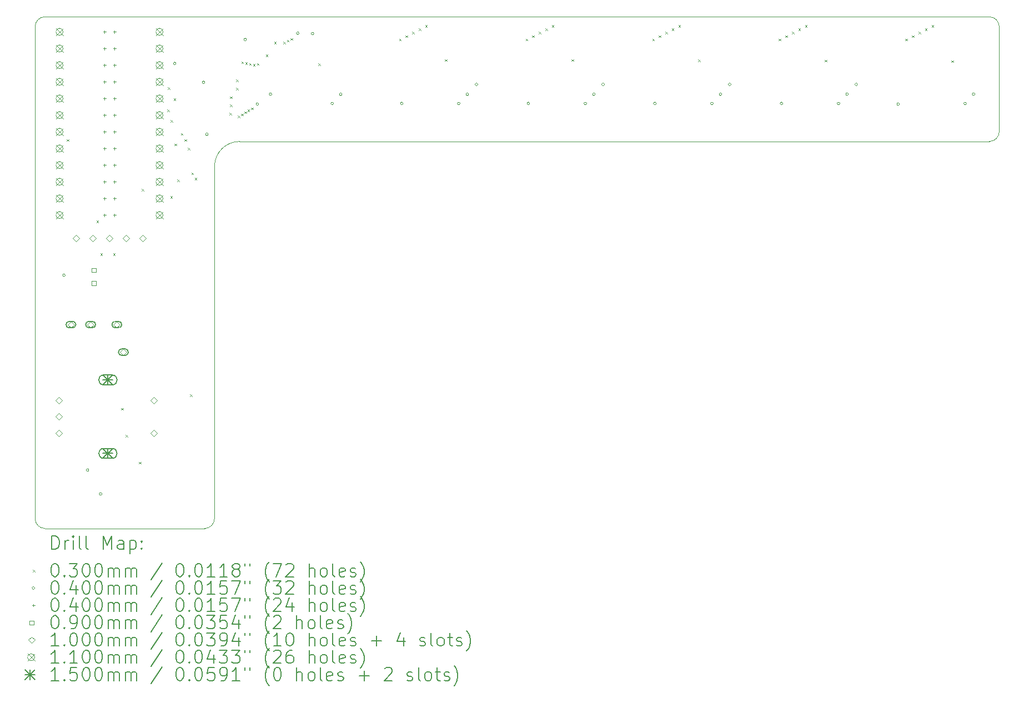
<source format=gbr>
%TF.GenerationSoftware,KiCad,Pcbnew,7.0.5*%
%TF.CreationDate,2024-01-21T06:03:10-08:00*%
%TF.ProjectId,Seismos_5CoreRShift,53656973-6d6f-4735-9f35-436f72655253,rev?*%
%TF.SameCoordinates,Original*%
%TF.FileFunction,Drillmap*%
%TF.FilePolarity,Positive*%
%FSLAX45Y45*%
G04 Gerber Fmt 4.5, Leading zero omitted, Abs format (unit mm)*
G04 Created by KiCad (PCBNEW 7.0.5) date 2024-01-21 06:03:10*
%MOMM*%
%LPD*%
G01*
G04 APERTURE LIST*
%ADD10C,0.100000*%
%ADD11C,0.200000*%
%ADD12C,0.030000*%
%ADD13C,0.040000*%
%ADD14C,0.090000*%
%ADD15C,0.110000*%
%ADD16C,0.150000*%
G04 APERTURE END LIST*
D10*
X5736600Y-9650000D02*
X5736600Y-4281000D01*
X5586600Y-9800000D02*
X3150000Y-9800000D01*
X3000000Y-9650000D02*
X3000000Y-2150000D01*
X3150000Y-2000000D02*
G75*
G03*
X3000000Y-2150000I0J-150000D01*
G01*
X5586600Y-9800000D02*
G75*
G03*
X5736600Y-9650000I0J150000D01*
G01*
X17550000Y-3900000D02*
X6117600Y-3900000D01*
X17550000Y-3900000D02*
G75*
G03*
X17700000Y-3750000I0J150000D01*
G01*
X17700000Y-2150000D02*
G75*
G03*
X17550000Y-2000000I-150000J0D01*
G01*
X3000000Y-9650000D02*
G75*
G03*
X3150000Y-9800000I150000J0D01*
G01*
X6117600Y-3900000D02*
G75*
G03*
X5736600Y-4281000I0J-381000D01*
G01*
X3150000Y-2000000D02*
X17550000Y-2000000D01*
X17700000Y-2150000D02*
X17700000Y-3750000D01*
D11*
D12*
X3485000Y-3865000D02*
X3515000Y-3895000D01*
X3515000Y-3865000D02*
X3485000Y-3895000D01*
X3935000Y-5105000D02*
X3965000Y-5135000D01*
X3965000Y-5105000D02*
X3935000Y-5135000D01*
X3995000Y-5605000D02*
X4025000Y-5635000D01*
X4025000Y-5605000D02*
X3995000Y-5635000D01*
X4192350Y-5605000D02*
X4222350Y-5635000D01*
X4222350Y-5605000D02*
X4192350Y-5635000D01*
X4312350Y-7964269D02*
X4342350Y-7994269D01*
X4342350Y-7964269D02*
X4312350Y-7994269D01*
X4382399Y-8375000D02*
X4412399Y-8405000D01*
X4412399Y-8375000D02*
X4382399Y-8405000D01*
X4585000Y-8785000D02*
X4615000Y-8815000D01*
X4615000Y-8785000D02*
X4585000Y-8815000D01*
X4625000Y-4625000D02*
X4655000Y-4655000D01*
X4655000Y-4625000D02*
X4625000Y-4655000D01*
X5015000Y-3415000D02*
X5045000Y-3445000D01*
X5045000Y-3415000D02*
X5015000Y-3445000D01*
X5025000Y-3075000D02*
X5055000Y-3105000D01*
X5055000Y-3075000D02*
X5025000Y-3105000D01*
X5062350Y-4735000D02*
X5092350Y-4765000D01*
X5092350Y-4735000D02*
X5062350Y-4765000D01*
X5066950Y-3575000D02*
X5096950Y-3605000D01*
X5096950Y-3575000D02*
X5066950Y-3605000D01*
X5112350Y-3245000D02*
X5142350Y-3275000D01*
X5142350Y-3245000D02*
X5112350Y-3275000D01*
X5126950Y-3935000D02*
X5156950Y-3965000D01*
X5156950Y-3935000D02*
X5126950Y-3965000D01*
X5167650Y-4480779D02*
X5197650Y-4510779D01*
X5197650Y-4480779D02*
X5167650Y-4510779D01*
X5225048Y-3773020D02*
X5255048Y-3803020D01*
X5255048Y-3773020D02*
X5225048Y-3803020D01*
X5277650Y-3865000D02*
X5307650Y-3895000D01*
X5307650Y-3865000D02*
X5277650Y-3895000D01*
X5330300Y-3996582D02*
X5360300Y-4026582D01*
X5360300Y-3996582D02*
X5330300Y-4026582D01*
X5365000Y-7755000D02*
X5395000Y-7785000D01*
X5395000Y-7755000D02*
X5365000Y-7785000D01*
X5382950Y-4375000D02*
X5412950Y-4405000D01*
X5412950Y-4375000D02*
X5382950Y-4405000D01*
X5435600Y-4454419D02*
X5465600Y-4484419D01*
X5465600Y-4454419D02*
X5435600Y-4484419D01*
X5965000Y-3465000D02*
X5995000Y-3495000D01*
X5995000Y-3465000D02*
X5965000Y-3495000D01*
X5975000Y-3215000D02*
X6005000Y-3245000D01*
X6005000Y-3215000D02*
X5975000Y-3245000D01*
X5975000Y-3335000D02*
X6005000Y-3365000D01*
X6005000Y-3335000D02*
X5975000Y-3365000D01*
X6065000Y-2955000D02*
X6095000Y-2985000D01*
X6095000Y-2955000D02*
X6065000Y-2985000D01*
X6065000Y-3085000D02*
X6095000Y-3115000D01*
X6095000Y-3085000D02*
X6065000Y-3115000D01*
X6089603Y-3508204D02*
X6119603Y-3538204D01*
X6119603Y-3508204D02*
X6089603Y-3538204D01*
X6141152Y-3477600D02*
X6171152Y-3507600D01*
X6171152Y-3477600D02*
X6141152Y-3507600D01*
X6145149Y-2680301D02*
X6175149Y-2710301D01*
X6175149Y-2680301D02*
X6145149Y-2710301D01*
X6190826Y-3444035D02*
X6220826Y-3474035D01*
X6220826Y-3444035D02*
X6190826Y-3474035D01*
X6206223Y-2693686D02*
X6236223Y-2723686D01*
X6236223Y-2693686D02*
X6206223Y-2723686D01*
X6241379Y-3411810D02*
X6271379Y-3441810D01*
X6271379Y-3411810D02*
X6241379Y-3441810D01*
X6265050Y-2705000D02*
X6295050Y-2735000D01*
X6295050Y-2705000D02*
X6265050Y-2735000D01*
X6295000Y-3385000D02*
X6325000Y-3415000D01*
X6325000Y-3385000D02*
X6295000Y-3415000D01*
X6323206Y-2719557D02*
X6353206Y-2749557D01*
X6353206Y-2719557D02*
X6323206Y-2749557D01*
X6384944Y-2707527D02*
X6414944Y-2737527D01*
X6414944Y-2707527D02*
X6384944Y-2737527D01*
X6518735Y-2573735D02*
X6548735Y-2603735D01*
X6548735Y-2573735D02*
X6518735Y-2603735D01*
X6646467Y-2381852D02*
X6676467Y-2411852D01*
X6676467Y-2381852D02*
X6646467Y-2411852D01*
X6784912Y-2380088D02*
X6814912Y-2410088D01*
X6814912Y-2380088D02*
X6784912Y-2410088D01*
X6840150Y-2349850D02*
X6870150Y-2379850D01*
X6870150Y-2349850D02*
X6840150Y-2379850D01*
X6897555Y-2324700D02*
X6927555Y-2354700D01*
X6927555Y-2324700D02*
X6897555Y-2354700D01*
X7320000Y-2710000D02*
X7350000Y-2740000D01*
X7350000Y-2710000D02*
X7320000Y-2740000D01*
X8550000Y-2334600D02*
X8580000Y-2364600D01*
X8580000Y-2334600D02*
X8550000Y-2364600D01*
X8650000Y-2281950D02*
X8680000Y-2311950D01*
X8680000Y-2281950D02*
X8650000Y-2311950D01*
X8750000Y-2229300D02*
X8780000Y-2259300D01*
X8780000Y-2229300D02*
X8750000Y-2259300D01*
X8850000Y-2176650D02*
X8880000Y-2206650D01*
X8880000Y-2176650D02*
X8850000Y-2206650D01*
X8950000Y-2124000D02*
X8980000Y-2154000D01*
X8980000Y-2124000D02*
X8950000Y-2154000D01*
X9250000Y-2645000D02*
X9280000Y-2675000D01*
X9280000Y-2645000D02*
X9250000Y-2675000D01*
X10480000Y-2334600D02*
X10510000Y-2364600D01*
X10510000Y-2334600D02*
X10480000Y-2364600D01*
X10580000Y-2281950D02*
X10610000Y-2311950D01*
X10610000Y-2281950D02*
X10580000Y-2311950D01*
X10680000Y-2229300D02*
X10710000Y-2259300D01*
X10710000Y-2229300D02*
X10680000Y-2259300D01*
X10780000Y-2176650D02*
X10810000Y-2206650D01*
X10810000Y-2176650D02*
X10780000Y-2206650D01*
X10880000Y-2124000D02*
X10910000Y-2154000D01*
X10910000Y-2124000D02*
X10880000Y-2154000D01*
X11180000Y-2645000D02*
X11210000Y-2675000D01*
X11210000Y-2645000D02*
X11180000Y-2675000D01*
X12410000Y-2334600D02*
X12440000Y-2364600D01*
X12440000Y-2334600D02*
X12410000Y-2364600D01*
X12510000Y-2281950D02*
X12540000Y-2311950D01*
X12540000Y-2281950D02*
X12510000Y-2311950D01*
X12610000Y-2229300D02*
X12640000Y-2259300D01*
X12640000Y-2229300D02*
X12610000Y-2259300D01*
X12710000Y-2176650D02*
X12740000Y-2206650D01*
X12740000Y-2176650D02*
X12710000Y-2206650D01*
X12810000Y-2124000D02*
X12840000Y-2154000D01*
X12840000Y-2124000D02*
X12810000Y-2154000D01*
X13110000Y-2650000D02*
X13140000Y-2680000D01*
X13140000Y-2650000D02*
X13110000Y-2680000D01*
X14340000Y-2334600D02*
X14370000Y-2364600D01*
X14370000Y-2334600D02*
X14340000Y-2364600D01*
X14440000Y-2281950D02*
X14470000Y-2311950D01*
X14470000Y-2281950D02*
X14440000Y-2311950D01*
X14540000Y-2229300D02*
X14570000Y-2259300D01*
X14570000Y-2229300D02*
X14540000Y-2259300D01*
X14640000Y-2176650D02*
X14670000Y-2206650D01*
X14670000Y-2176650D02*
X14640000Y-2206650D01*
X14740000Y-2124000D02*
X14770000Y-2154000D01*
X14770000Y-2124000D02*
X14740000Y-2154000D01*
X15040000Y-2655000D02*
X15070000Y-2685000D01*
X15070000Y-2655000D02*
X15040000Y-2685000D01*
X16270000Y-2334600D02*
X16300000Y-2364600D01*
X16300000Y-2334600D02*
X16270000Y-2364600D01*
X16370000Y-2281950D02*
X16400000Y-2311950D01*
X16400000Y-2281950D02*
X16370000Y-2311950D01*
X16470000Y-2229300D02*
X16500000Y-2259300D01*
X16500000Y-2229300D02*
X16470000Y-2259300D01*
X16570000Y-2176650D02*
X16600000Y-2206650D01*
X16600000Y-2176650D02*
X16570000Y-2206650D01*
X16670000Y-2124000D02*
X16700000Y-2154000D01*
X16700000Y-2124000D02*
X16670000Y-2154000D01*
X16970000Y-2665000D02*
X17000000Y-2695000D01*
X17000000Y-2665000D02*
X16970000Y-2695000D01*
D13*
X3460000Y-5940000D02*
G75*
G03*
X3460000Y-5940000I-20000J0D01*
G01*
X3820000Y-8910000D02*
G75*
G03*
X3820000Y-8910000I-20000J0D01*
G01*
X4020000Y-9275000D02*
G75*
G03*
X4020000Y-9275000I-20000J0D01*
G01*
X5150000Y-2710000D02*
G75*
G03*
X5150000Y-2710000I-20000J0D01*
G01*
X5590000Y-2997500D02*
G75*
G03*
X5590000Y-2997500I-20000J0D01*
G01*
X5640000Y-3790000D02*
G75*
G03*
X5640000Y-3790000I-20000J0D01*
G01*
X6225000Y-2345000D02*
G75*
G03*
X6225000Y-2345000I-20000J0D01*
G01*
X6410000Y-3330000D02*
G75*
G03*
X6410000Y-3330000I-20000J0D01*
G01*
X6610000Y-3180000D02*
G75*
G03*
X6610000Y-3180000I-20000J0D01*
G01*
X7025000Y-2250000D02*
G75*
G03*
X7025000Y-2250000I-20000J0D01*
G01*
X7250000Y-2255000D02*
G75*
G03*
X7250000Y-2255000I-20000J0D01*
G01*
X7550000Y-3320000D02*
G75*
G03*
X7550000Y-3320000I-20000J0D01*
G01*
X7680000Y-3180000D02*
G75*
G03*
X7680000Y-3180000I-20000J0D01*
G01*
X8610000Y-3320000D02*
G75*
G03*
X8610000Y-3320000I-20000J0D01*
G01*
X9480000Y-3320000D02*
G75*
G03*
X9480000Y-3320000I-20000J0D01*
G01*
X9610000Y-3180000D02*
G75*
G03*
X9610000Y-3180000I-20000J0D01*
G01*
X9750000Y-3030000D02*
G75*
G03*
X9750000Y-3030000I-20000J0D01*
G01*
X10540000Y-3320000D02*
G75*
G03*
X10540000Y-3320000I-20000J0D01*
G01*
X11410000Y-3320000D02*
G75*
G03*
X11410000Y-3320000I-20000J0D01*
G01*
X11540000Y-3180000D02*
G75*
G03*
X11540000Y-3180000I-20000J0D01*
G01*
X11680000Y-3030000D02*
G75*
G03*
X11680000Y-3030000I-20000J0D01*
G01*
X12470000Y-3320000D02*
G75*
G03*
X12470000Y-3320000I-20000J0D01*
G01*
X13340000Y-3320000D02*
G75*
G03*
X13340000Y-3320000I-20000J0D01*
G01*
X13470000Y-3180000D02*
G75*
G03*
X13470000Y-3180000I-20000J0D01*
G01*
X13610000Y-3030000D02*
G75*
G03*
X13610000Y-3030000I-20000J0D01*
G01*
X14400000Y-3320000D02*
G75*
G03*
X14400000Y-3320000I-20000J0D01*
G01*
X15270000Y-3320000D02*
G75*
G03*
X15270000Y-3320000I-20000J0D01*
G01*
X15400000Y-3180000D02*
G75*
G03*
X15400000Y-3180000I-20000J0D01*
G01*
X15540000Y-3030000D02*
G75*
G03*
X15540000Y-3030000I-20000J0D01*
G01*
X16180000Y-3330000D02*
G75*
G03*
X16180000Y-3330000I-20000J0D01*
G01*
X17200000Y-3320000D02*
G75*
G03*
X17200000Y-3320000I-20000J0D01*
G01*
X17330000Y-3180000D02*
G75*
G03*
X17330000Y-3180000I-20000J0D01*
G01*
X4058800Y-2208600D02*
X4058800Y-2248600D01*
X4038800Y-2228600D02*
X4078800Y-2228600D01*
X4058800Y-2462600D02*
X4058800Y-2502600D01*
X4038800Y-2482600D02*
X4078800Y-2482600D01*
X4058800Y-2716600D02*
X4058800Y-2756600D01*
X4038800Y-2736600D02*
X4078800Y-2736600D01*
X4058800Y-2970600D02*
X4058800Y-3010600D01*
X4038800Y-2990600D02*
X4078800Y-2990600D01*
X4058800Y-3224600D02*
X4058800Y-3264600D01*
X4038800Y-3244600D02*
X4078800Y-3244600D01*
X4058800Y-3478600D02*
X4058800Y-3518600D01*
X4038800Y-3498600D02*
X4078800Y-3498600D01*
X4058800Y-3732600D02*
X4058800Y-3772600D01*
X4038800Y-3752600D02*
X4078800Y-3752600D01*
X4058800Y-3986600D02*
X4058800Y-4026600D01*
X4038800Y-4006600D02*
X4078800Y-4006600D01*
X4058800Y-4240600D02*
X4058800Y-4280600D01*
X4038800Y-4260600D02*
X4078800Y-4260600D01*
X4058800Y-4494600D02*
X4058800Y-4534600D01*
X4038800Y-4514600D02*
X4078800Y-4514600D01*
X4058800Y-4748600D02*
X4058800Y-4788600D01*
X4038800Y-4768600D02*
X4078800Y-4768600D01*
X4058800Y-5002600D02*
X4058800Y-5042600D01*
X4038800Y-5022600D02*
X4078800Y-5022600D01*
X4211200Y-2208600D02*
X4211200Y-2248600D01*
X4191200Y-2228600D02*
X4231200Y-2228600D01*
X4211200Y-2462600D02*
X4211200Y-2502600D01*
X4191200Y-2482600D02*
X4231200Y-2482600D01*
X4211200Y-2716600D02*
X4211200Y-2756600D01*
X4191200Y-2736600D02*
X4231200Y-2736600D01*
X4211200Y-2970600D02*
X4211200Y-3010600D01*
X4191200Y-2990600D02*
X4231200Y-2990600D01*
X4211200Y-3224600D02*
X4211200Y-3264600D01*
X4191200Y-3244600D02*
X4231200Y-3244600D01*
X4211200Y-3478600D02*
X4211200Y-3518600D01*
X4191200Y-3498600D02*
X4231200Y-3498600D01*
X4211200Y-3732600D02*
X4211200Y-3772600D01*
X4191200Y-3752600D02*
X4231200Y-3752600D01*
X4211200Y-3986600D02*
X4211200Y-4026600D01*
X4191200Y-4006600D02*
X4231200Y-4006600D01*
X4211200Y-4240600D02*
X4211200Y-4280600D01*
X4191200Y-4260600D02*
X4231200Y-4260600D01*
X4211200Y-4494600D02*
X4211200Y-4534600D01*
X4191200Y-4514600D02*
X4231200Y-4514600D01*
X4211200Y-4748600D02*
X4211200Y-4788600D01*
X4191200Y-4768600D02*
X4231200Y-4768600D01*
X4211200Y-5002600D02*
X4211200Y-5042600D01*
X4191200Y-5022600D02*
X4231200Y-5022600D01*
D14*
X3926770Y-5895020D02*
X3926770Y-5831380D01*
X3863130Y-5831380D01*
X3863130Y-5895020D01*
X3926770Y-5895020D01*
X3926770Y-6095020D02*
X3926770Y-6031380D01*
X3863130Y-6031380D01*
X3863130Y-6095020D01*
X3926770Y-6095020D01*
D10*
X3361000Y-7896000D02*
X3411000Y-7846000D01*
X3361000Y-7796000D01*
X3311000Y-7846000D01*
X3361000Y-7896000D01*
X3361000Y-8146000D02*
X3411000Y-8096000D01*
X3361000Y-8046000D01*
X3311000Y-8096000D01*
X3361000Y-8146000D01*
X3361000Y-8396000D02*
X3411000Y-8346000D01*
X3361000Y-8296000D01*
X3311000Y-8346000D01*
X3361000Y-8396000D01*
X3547000Y-6742500D02*
X3597000Y-6692500D01*
X3547000Y-6642500D01*
X3497000Y-6692500D01*
X3547000Y-6742500D01*
D11*
X3522000Y-6742500D02*
X3572000Y-6742500D01*
X3572000Y-6742500D02*
G75*
G03*
X3572000Y-6642500I0J50000D01*
G01*
X3572000Y-6642500D02*
X3522000Y-6642500D01*
X3522000Y-6642500D02*
G75*
G03*
X3522000Y-6742500I0J-50000D01*
G01*
D10*
X3628400Y-5426600D02*
X3678400Y-5376600D01*
X3628400Y-5326600D01*
X3578400Y-5376600D01*
X3628400Y-5426600D01*
X3847000Y-6742500D02*
X3897000Y-6692500D01*
X3847000Y-6642500D01*
X3797000Y-6692500D01*
X3847000Y-6742500D01*
D11*
X3822000Y-6742500D02*
X3872000Y-6742500D01*
X3872000Y-6742500D02*
G75*
G03*
X3872000Y-6642500I0J50000D01*
G01*
X3872000Y-6642500D02*
X3822000Y-6642500D01*
X3822000Y-6642500D02*
G75*
G03*
X3822000Y-6742500I0J-50000D01*
G01*
D10*
X3882400Y-5426600D02*
X3932400Y-5376600D01*
X3882400Y-5326600D01*
X3832400Y-5376600D01*
X3882400Y-5426600D01*
X4136400Y-5426600D02*
X4186400Y-5376600D01*
X4136400Y-5326600D01*
X4086400Y-5376600D01*
X4136400Y-5426600D01*
X4247000Y-6742500D02*
X4297000Y-6692500D01*
X4247000Y-6642500D01*
X4197000Y-6692500D01*
X4247000Y-6742500D01*
D11*
X4222000Y-6742500D02*
X4272000Y-6742500D01*
X4272000Y-6742500D02*
G75*
G03*
X4272000Y-6642500I0J50000D01*
G01*
X4272000Y-6642500D02*
X4222000Y-6642500D01*
X4222000Y-6642500D02*
G75*
G03*
X4222000Y-6742500I0J-50000D01*
G01*
D10*
X4347000Y-7162500D02*
X4397000Y-7112500D01*
X4347000Y-7062500D01*
X4297000Y-7112500D01*
X4347000Y-7162500D01*
D11*
X4322000Y-7162500D02*
X4372000Y-7162500D01*
X4372000Y-7162500D02*
G75*
G03*
X4372000Y-7062500I0J50000D01*
G01*
X4372000Y-7062500D02*
X4322000Y-7062500D01*
X4322000Y-7062500D02*
G75*
G03*
X4322000Y-7162500I0J-50000D01*
G01*
D10*
X4390400Y-5426600D02*
X4440400Y-5376600D01*
X4390400Y-5326600D01*
X4340400Y-5376600D01*
X4390400Y-5426600D01*
X4644400Y-5426600D02*
X4694400Y-5376600D01*
X4644400Y-5326600D01*
X4594400Y-5376600D01*
X4644400Y-5426600D01*
X4811000Y-7896000D02*
X4861000Y-7846000D01*
X4811000Y-7796000D01*
X4761000Y-7846000D01*
X4811000Y-7896000D01*
X4811000Y-8396000D02*
X4861000Y-8346000D01*
X4811000Y-8296000D01*
X4761000Y-8346000D01*
X4811000Y-8396000D01*
D15*
X3318000Y-2173600D02*
X3428000Y-2283600D01*
X3428000Y-2173600D02*
X3318000Y-2283600D01*
X3428000Y-2228600D02*
G75*
G03*
X3428000Y-2228600I-55000J0D01*
G01*
X3318000Y-2173600D02*
X3428000Y-2283600D01*
X3428000Y-2173600D02*
X3318000Y-2283600D01*
X3428000Y-2228600D02*
G75*
G03*
X3428000Y-2228600I-55000J0D01*
G01*
X3318000Y-2173600D02*
X3428000Y-2283600D01*
X3428000Y-2173600D02*
X3318000Y-2283600D01*
X3428000Y-2228600D02*
G75*
G03*
X3428000Y-2228600I-55000J0D01*
G01*
X3318000Y-2427600D02*
X3428000Y-2537600D01*
X3428000Y-2427600D02*
X3318000Y-2537600D01*
X3428000Y-2482600D02*
G75*
G03*
X3428000Y-2482600I-55000J0D01*
G01*
X3318000Y-2681600D02*
X3428000Y-2791600D01*
X3428000Y-2681600D02*
X3318000Y-2791600D01*
X3428000Y-2736600D02*
G75*
G03*
X3428000Y-2736600I-55000J0D01*
G01*
X3318000Y-2935600D02*
X3428000Y-3045600D01*
X3428000Y-2935600D02*
X3318000Y-3045600D01*
X3428000Y-2990600D02*
G75*
G03*
X3428000Y-2990600I-55000J0D01*
G01*
X3318000Y-3189600D02*
X3428000Y-3299600D01*
X3428000Y-3189600D02*
X3318000Y-3299600D01*
X3428000Y-3244600D02*
G75*
G03*
X3428000Y-3244600I-55000J0D01*
G01*
X3318000Y-3443600D02*
X3428000Y-3553600D01*
X3428000Y-3443600D02*
X3318000Y-3553600D01*
X3428000Y-3498600D02*
G75*
G03*
X3428000Y-3498600I-55000J0D01*
G01*
X3318000Y-3697600D02*
X3428000Y-3807600D01*
X3428000Y-3697600D02*
X3318000Y-3807600D01*
X3428000Y-3752600D02*
G75*
G03*
X3428000Y-3752600I-55000J0D01*
G01*
X3318000Y-3951600D02*
X3428000Y-4061600D01*
X3428000Y-3951600D02*
X3318000Y-4061600D01*
X3428000Y-4006600D02*
G75*
G03*
X3428000Y-4006600I-55000J0D01*
G01*
X3318000Y-4205600D02*
X3428000Y-4315600D01*
X3428000Y-4205600D02*
X3318000Y-4315600D01*
X3428000Y-4260600D02*
G75*
G03*
X3428000Y-4260600I-55000J0D01*
G01*
X3318000Y-4459600D02*
X3428000Y-4569600D01*
X3428000Y-4459600D02*
X3318000Y-4569600D01*
X3428000Y-4514600D02*
G75*
G03*
X3428000Y-4514600I-55000J0D01*
G01*
X3318000Y-4713600D02*
X3428000Y-4823600D01*
X3428000Y-4713600D02*
X3318000Y-4823600D01*
X3428000Y-4768600D02*
G75*
G03*
X3428000Y-4768600I-55000J0D01*
G01*
X3318000Y-4967600D02*
X3428000Y-5077600D01*
X3428000Y-4967600D02*
X3318000Y-5077600D01*
X3428000Y-5022600D02*
G75*
G03*
X3428000Y-5022600I-55000J0D01*
G01*
X4842000Y-2173600D02*
X4952000Y-2283600D01*
X4952000Y-2173600D02*
X4842000Y-2283600D01*
X4952000Y-2228600D02*
G75*
G03*
X4952000Y-2228600I-55000J0D01*
G01*
X4842000Y-2427600D02*
X4952000Y-2537600D01*
X4952000Y-2427600D02*
X4842000Y-2537600D01*
X4952000Y-2482600D02*
G75*
G03*
X4952000Y-2482600I-55000J0D01*
G01*
X4842000Y-2681600D02*
X4952000Y-2791600D01*
X4952000Y-2681600D02*
X4842000Y-2791600D01*
X4952000Y-2736600D02*
G75*
G03*
X4952000Y-2736600I-55000J0D01*
G01*
X4842000Y-2935600D02*
X4952000Y-3045600D01*
X4952000Y-2935600D02*
X4842000Y-3045600D01*
X4952000Y-2990600D02*
G75*
G03*
X4952000Y-2990600I-55000J0D01*
G01*
X4842000Y-3189600D02*
X4952000Y-3299600D01*
X4952000Y-3189600D02*
X4842000Y-3299600D01*
X4952000Y-3244600D02*
G75*
G03*
X4952000Y-3244600I-55000J0D01*
G01*
X4842000Y-3443600D02*
X4952000Y-3553600D01*
X4952000Y-3443600D02*
X4842000Y-3553600D01*
X4952000Y-3498600D02*
G75*
G03*
X4952000Y-3498600I-55000J0D01*
G01*
X4842000Y-3697600D02*
X4952000Y-3807600D01*
X4952000Y-3697600D02*
X4842000Y-3807600D01*
X4952000Y-3752600D02*
G75*
G03*
X4952000Y-3752600I-55000J0D01*
G01*
X4842000Y-3951600D02*
X4952000Y-4061600D01*
X4952000Y-3951600D02*
X4842000Y-4061600D01*
X4952000Y-4006600D02*
G75*
G03*
X4952000Y-4006600I-55000J0D01*
G01*
X4842000Y-4205600D02*
X4952000Y-4315600D01*
X4952000Y-4205600D02*
X4842000Y-4315600D01*
X4952000Y-4260600D02*
G75*
G03*
X4952000Y-4260600I-55000J0D01*
G01*
X4842000Y-4459600D02*
X4952000Y-4569600D01*
X4952000Y-4459600D02*
X4842000Y-4569600D01*
X4952000Y-4514600D02*
G75*
G03*
X4952000Y-4514600I-55000J0D01*
G01*
X4842000Y-4713600D02*
X4952000Y-4823600D01*
X4952000Y-4713600D02*
X4842000Y-4823600D01*
X4952000Y-4768600D02*
G75*
G03*
X4952000Y-4768600I-55000J0D01*
G01*
X4842000Y-4967600D02*
X4952000Y-5077600D01*
X4952000Y-4967600D02*
X4842000Y-5077600D01*
X4952000Y-5022600D02*
G75*
G03*
X4952000Y-5022600I-55000J0D01*
G01*
D16*
X4036000Y-7461000D02*
X4186000Y-7611000D01*
X4186000Y-7461000D02*
X4036000Y-7611000D01*
X4111000Y-7461000D02*
X4111000Y-7611000D01*
X4036000Y-7536000D02*
X4186000Y-7536000D01*
D11*
X4046000Y-7611000D02*
X4176000Y-7611000D01*
X4176000Y-7611000D02*
G75*
G03*
X4176000Y-7461000I0J75000D01*
G01*
X4176000Y-7461000D02*
X4046000Y-7461000D01*
X4046000Y-7461000D02*
G75*
G03*
X4046000Y-7611000I0J-75000D01*
G01*
D16*
X4036000Y-8581000D02*
X4186000Y-8731000D01*
X4186000Y-8581000D02*
X4036000Y-8731000D01*
X4111000Y-8581000D02*
X4111000Y-8731000D01*
X4036000Y-8656000D02*
X4186000Y-8656000D01*
D11*
X4046000Y-8731000D02*
X4176000Y-8731000D01*
X4176000Y-8731000D02*
G75*
G03*
X4176000Y-8581000I0J75000D01*
G01*
X4176000Y-8581000D02*
X4046000Y-8581000D01*
X4046000Y-8581000D02*
G75*
G03*
X4046000Y-8731000I0J-75000D01*
G01*
X3255777Y-10116484D02*
X3255777Y-9916484D01*
X3255777Y-9916484D02*
X3303396Y-9916484D01*
X3303396Y-9916484D02*
X3331967Y-9926008D01*
X3331967Y-9926008D02*
X3351015Y-9945055D01*
X3351015Y-9945055D02*
X3360539Y-9964103D01*
X3360539Y-9964103D02*
X3370062Y-10002198D01*
X3370062Y-10002198D02*
X3370062Y-10030770D01*
X3370062Y-10030770D02*
X3360539Y-10068865D01*
X3360539Y-10068865D02*
X3351015Y-10087912D01*
X3351015Y-10087912D02*
X3331967Y-10106960D01*
X3331967Y-10106960D02*
X3303396Y-10116484D01*
X3303396Y-10116484D02*
X3255777Y-10116484D01*
X3455777Y-10116484D02*
X3455777Y-9983150D01*
X3455777Y-10021246D02*
X3465301Y-10002198D01*
X3465301Y-10002198D02*
X3474824Y-9992674D01*
X3474824Y-9992674D02*
X3493872Y-9983150D01*
X3493872Y-9983150D02*
X3512920Y-9983150D01*
X3579586Y-10116484D02*
X3579586Y-9983150D01*
X3579586Y-9916484D02*
X3570062Y-9926008D01*
X3570062Y-9926008D02*
X3579586Y-9935531D01*
X3579586Y-9935531D02*
X3589110Y-9926008D01*
X3589110Y-9926008D02*
X3579586Y-9916484D01*
X3579586Y-9916484D02*
X3579586Y-9935531D01*
X3703396Y-10116484D02*
X3684348Y-10106960D01*
X3684348Y-10106960D02*
X3674824Y-10087912D01*
X3674824Y-10087912D02*
X3674824Y-9916484D01*
X3808158Y-10116484D02*
X3789110Y-10106960D01*
X3789110Y-10106960D02*
X3779586Y-10087912D01*
X3779586Y-10087912D02*
X3779586Y-9916484D01*
X4036729Y-10116484D02*
X4036729Y-9916484D01*
X4036729Y-9916484D02*
X4103396Y-10059341D01*
X4103396Y-10059341D02*
X4170062Y-9916484D01*
X4170062Y-9916484D02*
X4170062Y-10116484D01*
X4351015Y-10116484D02*
X4351015Y-10011722D01*
X4351015Y-10011722D02*
X4341491Y-9992674D01*
X4341491Y-9992674D02*
X4322444Y-9983150D01*
X4322444Y-9983150D02*
X4284348Y-9983150D01*
X4284348Y-9983150D02*
X4265301Y-9992674D01*
X4351015Y-10106960D02*
X4331967Y-10116484D01*
X4331967Y-10116484D02*
X4284348Y-10116484D01*
X4284348Y-10116484D02*
X4265301Y-10106960D01*
X4265301Y-10106960D02*
X4255777Y-10087912D01*
X4255777Y-10087912D02*
X4255777Y-10068865D01*
X4255777Y-10068865D02*
X4265301Y-10049817D01*
X4265301Y-10049817D02*
X4284348Y-10040293D01*
X4284348Y-10040293D02*
X4331967Y-10040293D01*
X4331967Y-10040293D02*
X4351015Y-10030770D01*
X4446253Y-9983150D02*
X4446253Y-10183150D01*
X4446253Y-9992674D02*
X4465301Y-9983150D01*
X4465301Y-9983150D02*
X4503396Y-9983150D01*
X4503396Y-9983150D02*
X4522444Y-9992674D01*
X4522444Y-9992674D02*
X4531967Y-10002198D01*
X4531967Y-10002198D02*
X4541491Y-10021246D01*
X4541491Y-10021246D02*
X4541491Y-10078389D01*
X4541491Y-10078389D02*
X4531967Y-10097436D01*
X4531967Y-10097436D02*
X4522444Y-10106960D01*
X4522444Y-10106960D02*
X4503396Y-10116484D01*
X4503396Y-10116484D02*
X4465301Y-10116484D01*
X4465301Y-10116484D02*
X4446253Y-10106960D01*
X4627205Y-10097436D02*
X4636729Y-10106960D01*
X4636729Y-10106960D02*
X4627205Y-10116484D01*
X4627205Y-10116484D02*
X4617682Y-10106960D01*
X4617682Y-10106960D02*
X4627205Y-10097436D01*
X4627205Y-10097436D02*
X4627205Y-10116484D01*
X4627205Y-9992674D02*
X4636729Y-10002198D01*
X4636729Y-10002198D02*
X4627205Y-10011722D01*
X4627205Y-10011722D02*
X4617682Y-10002198D01*
X4617682Y-10002198D02*
X4627205Y-9992674D01*
X4627205Y-9992674D02*
X4627205Y-10011722D01*
D12*
X2965000Y-10430000D02*
X2995000Y-10460000D01*
X2995000Y-10430000D02*
X2965000Y-10460000D01*
D11*
X3293872Y-10336484D02*
X3312920Y-10336484D01*
X3312920Y-10336484D02*
X3331967Y-10346008D01*
X3331967Y-10346008D02*
X3341491Y-10355531D01*
X3341491Y-10355531D02*
X3351015Y-10374579D01*
X3351015Y-10374579D02*
X3360539Y-10412674D01*
X3360539Y-10412674D02*
X3360539Y-10460293D01*
X3360539Y-10460293D02*
X3351015Y-10498389D01*
X3351015Y-10498389D02*
X3341491Y-10517436D01*
X3341491Y-10517436D02*
X3331967Y-10526960D01*
X3331967Y-10526960D02*
X3312920Y-10536484D01*
X3312920Y-10536484D02*
X3293872Y-10536484D01*
X3293872Y-10536484D02*
X3274824Y-10526960D01*
X3274824Y-10526960D02*
X3265301Y-10517436D01*
X3265301Y-10517436D02*
X3255777Y-10498389D01*
X3255777Y-10498389D02*
X3246253Y-10460293D01*
X3246253Y-10460293D02*
X3246253Y-10412674D01*
X3246253Y-10412674D02*
X3255777Y-10374579D01*
X3255777Y-10374579D02*
X3265301Y-10355531D01*
X3265301Y-10355531D02*
X3274824Y-10346008D01*
X3274824Y-10346008D02*
X3293872Y-10336484D01*
X3446253Y-10517436D02*
X3455777Y-10526960D01*
X3455777Y-10526960D02*
X3446253Y-10536484D01*
X3446253Y-10536484D02*
X3436729Y-10526960D01*
X3436729Y-10526960D02*
X3446253Y-10517436D01*
X3446253Y-10517436D02*
X3446253Y-10536484D01*
X3522443Y-10336484D02*
X3646253Y-10336484D01*
X3646253Y-10336484D02*
X3579586Y-10412674D01*
X3579586Y-10412674D02*
X3608158Y-10412674D01*
X3608158Y-10412674D02*
X3627205Y-10422198D01*
X3627205Y-10422198D02*
X3636729Y-10431722D01*
X3636729Y-10431722D02*
X3646253Y-10450770D01*
X3646253Y-10450770D02*
X3646253Y-10498389D01*
X3646253Y-10498389D02*
X3636729Y-10517436D01*
X3636729Y-10517436D02*
X3627205Y-10526960D01*
X3627205Y-10526960D02*
X3608158Y-10536484D01*
X3608158Y-10536484D02*
X3551015Y-10536484D01*
X3551015Y-10536484D02*
X3531967Y-10526960D01*
X3531967Y-10526960D02*
X3522443Y-10517436D01*
X3770062Y-10336484D02*
X3789110Y-10336484D01*
X3789110Y-10336484D02*
X3808158Y-10346008D01*
X3808158Y-10346008D02*
X3817682Y-10355531D01*
X3817682Y-10355531D02*
X3827205Y-10374579D01*
X3827205Y-10374579D02*
X3836729Y-10412674D01*
X3836729Y-10412674D02*
X3836729Y-10460293D01*
X3836729Y-10460293D02*
X3827205Y-10498389D01*
X3827205Y-10498389D02*
X3817682Y-10517436D01*
X3817682Y-10517436D02*
X3808158Y-10526960D01*
X3808158Y-10526960D02*
X3789110Y-10536484D01*
X3789110Y-10536484D02*
X3770062Y-10536484D01*
X3770062Y-10536484D02*
X3751015Y-10526960D01*
X3751015Y-10526960D02*
X3741491Y-10517436D01*
X3741491Y-10517436D02*
X3731967Y-10498389D01*
X3731967Y-10498389D02*
X3722443Y-10460293D01*
X3722443Y-10460293D02*
X3722443Y-10412674D01*
X3722443Y-10412674D02*
X3731967Y-10374579D01*
X3731967Y-10374579D02*
X3741491Y-10355531D01*
X3741491Y-10355531D02*
X3751015Y-10346008D01*
X3751015Y-10346008D02*
X3770062Y-10336484D01*
X3960539Y-10336484D02*
X3979586Y-10336484D01*
X3979586Y-10336484D02*
X3998634Y-10346008D01*
X3998634Y-10346008D02*
X4008158Y-10355531D01*
X4008158Y-10355531D02*
X4017682Y-10374579D01*
X4017682Y-10374579D02*
X4027205Y-10412674D01*
X4027205Y-10412674D02*
X4027205Y-10460293D01*
X4027205Y-10460293D02*
X4017682Y-10498389D01*
X4017682Y-10498389D02*
X4008158Y-10517436D01*
X4008158Y-10517436D02*
X3998634Y-10526960D01*
X3998634Y-10526960D02*
X3979586Y-10536484D01*
X3979586Y-10536484D02*
X3960539Y-10536484D01*
X3960539Y-10536484D02*
X3941491Y-10526960D01*
X3941491Y-10526960D02*
X3931967Y-10517436D01*
X3931967Y-10517436D02*
X3922443Y-10498389D01*
X3922443Y-10498389D02*
X3912920Y-10460293D01*
X3912920Y-10460293D02*
X3912920Y-10412674D01*
X3912920Y-10412674D02*
X3922443Y-10374579D01*
X3922443Y-10374579D02*
X3931967Y-10355531D01*
X3931967Y-10355531D02*
X3941491Y-10346008D01*
X3941491Y-10346008D02*
X3960539Y-10336484D01*
X4112920Y-10536484D02*
X4112920Y-10403150D01*
X4112920Y-10422198D02*
X4122443Y-10412674D01*
X4122443Y-10412674D02*
X4141491Y-10403150D01*
X4141491Y-10403150D02*
X4170063Y-10403150D01*
X4170063Y-10403150D02*
X4189110Y-10412674D01*
X4189110Y-10412674D02*
X4198634Y-10431722D01*
X4198634Y-10431722D02*
X4198634Y-10536484D01*
X4198634Y-10431722D02*
X4208158Y-10412674D01*
X4208158Y-10412674D02*
X4227205Y-10403150D01*
X4227205Y-10403150D02*
X4255777Y-10403150D01*
X4255777Y-10403150D02*
X4274825Y-10412674D01*
X4274825Y-10412674D02*
X4284348Y-10431722D01*
X4284348Y-10431722D02*
X4284348Y-10536484D01*
X4379586Y-10536484D02*
X4379586Y-10403150D01*
X4379586Y-10422198D02*
X4389110Y-10412674D01*
X4389110Y-10412674D02*
X4408158Y-10403150D01*
X4408158Y-10403150D02*
X4436729Y-10403150D01*
X4436729Y-10403150D02*
X4455777Y-10412674D01*
X4455777Y-10412674D02*
X4465301Y-10431722D01*
X4465301Y-10431722D02*
X4465301Y-10536484D01*
X4465301Y-10431722D02*
X4474825Y-10412674D01*
X4474825Y-10412674D02*
X4493872Y-10403150D01*
X4493872Y-10403150D02*
X4522444Y-10403150D01*
X4522444Y-10403150D02*
X4541491Y-10412674D01*
X4541491Y-10412674D02*
X4551015Y-10431722D01*
X4551015Y-10431722D02*
X4551015Y-10536484D01*
X4941491Y-10326960D02*
X4770063Y-10584103D01*
X5198634Y-10336484D02*
X5217682Y-10336484D01*
X5217682Y-10336484D02*
X5236729Y-10346008D01*
X5236729Y-10346008D02*
X5246253Y-10355531D01*
X5246253Y-10355531D02*
X5255777Y-10374579D01*
X5255777Y-10374579D02*
X5265301Y-10412674D01*
X5265301Y-10412674D02*
X5265301Y-10460293D01*
X5265301Y-10460293D02*
X5255777Y-10498389D01*
X5255777Y-10498389D02*
X5246253Y-10517436D01*
X5246253Y-10517436D02*
X5236729Y-10526960D01*
X5236729Y-10526960D02*
X5217682Y-10536484D01*
X5217682Y-10536484D02*
X5198634Y-10536484D01*
X5198634Y-10536484D02*
X5179587Y-10526960D01*
X5179587Y-10526960D02*
X5170063Y-10517436D01*
X5170063Y-10517436D02*
X5160539Y-10498389D01*
X5160539Y-10498389D02*
X5151015Y-10460293D01*
X5151015Y-10460293D02*
X5151015Y-10412674D01*
X5151015Y-10412674D02*
X5160539Y-10374579D01*
X5160539Y-10374579D02*
X5170063Y-10355531D01*
X5170063Y-10355531D02*
X5179587Y-10346008D01*
X5179587Y-10346008D02*
X5198634Y-10336484D01*
X5351015Y-10517436D02*
X5360539Y-10526960D01*
X5360539Y-10526960D02*
X5351015Y-10536484D01*
X5351015Y-10536484D02*
X5341491Y-10526960D01*
X5341491Y-10526960D02*
X5351015Y-10517436D01*
X5351015Y-10517436D02*
X5351015Y-10536484D01*
X5484348Y-10336484D02*
X5503396Y-10336484D01*
X5503396Y-10336484D02*
X5522444Y-10346008D01*
X5522444Y-10346008D02*
X5531968Y-10355531D01*
X5531968Y-10355531D02*
X5541491Y-10374579D01*
X5541491Y-10374579D02*
X5551015Y-10412674D01*
X5551015Y-10412674D02*
X5551015Y-10460293D01*
X5551015Y-10460293D02*
X5541491Y-10498389D01*
X5541491Y-10498389D02*
X5531968Y-10517436D01*
X5531968Y-10517436D02*
X5522444Y-10526960D01*
X5522444Y-10526960D02*
X5503396Y-10536484D01*
X5503396Y-10536484D02*
X5484348Y-10536484D01*
X5484348Y-10536484D02*
X5465301Y-10526960D01*
X5465301Y-10526960D02*
X5455777Y-10517436D01*
X5455777Y-10517436D02*
X5446253Y-10498389D01*
X5446253Y-10498389D02*
X5436729Y-10460293D01*
X5436729Y-10460293D02*
X5436729Y-10412674D01*
X5436729Y-10412674D02*
X5446253Y-10374579D01*
X5446253Y-10374579D02*
X5455777Y-10355531D01*
X5455777Y-10355531D02*
X5465301Y-10346008D01*
X5465301Y-10346008D02*
X5484348Y-10336484D01*
X5741491Y-10536484D02*
X5627206Y-10536484D01*
X5684348Y-10536484D02*
X5684348Y-10336484D01*
X5684348Y-10336484D02*
X5665301Y-10365055D01*
X5665301Y-10365055D02*
X5646253Y-10384103D01*
X5646253Y-10384103D02*
X5627206Y-10393627D01*
X5931967Y-10536484D02*
X5817682Y-10536484D01*
X5874825Y-10536484D02*
X5874825Y-10336484D01*
X5874825Y-10336484D02*
X5855777Y-10365055D01*
X5855777Y-10365055D02*
X5836729Y-10384103D01*
X5836729Y-10384103D02*
X5817682Y-10393627D01*
X6046253Y-10422198D02*
X6027206Y-10412674D01*
X6027206Y-10412674D02*
X6017682Y-10403150D01*
X6017682Y-10403150D02*
X6008158Y-10384103D01*
X6008158Y-10384103D02*
X6008158Y-10374579D01*
X6008158Y-10374579D02*
X6017682Y-10355531D01*
X6017682Y-10355531D02*
X6027206Y-10346008D01*
X6027206Y-10346008D02*
X6046253Y-10336484D01*
X6046253Y-10336484D02*
X6084348Y-10336484D01*
X6084348Y-10336484D02*
X6103396Y-10346008D01*
X6103396Y-10346008D02*
X6112920Y-10355531D01*
X6112920Y-10355531D02*
X6122444Y-10374579D01*
X6122444Y-10374579D02*
X6122444Y-10384103D01*
X6122444Y-10384103D02*
X6112920Y-10403150D01*
X6112920Y-10403150D02*
X6103396Y-10412674D01*
X6103396Y-10412674D02*
X6084348Y-10422198D01*
X6084348Y-10422198D02*
X6046253Y-10422198D01*
X6046253Y-10422198D02*
X6027206Y-10431722D01*
X6027206Y-10431722D02*
X6017682Y-10441246D01*
X6017682Y-10441246D02*
X6008158Y-10460293D01*
X6008158Y-10460293D02*
X6008158Y-10498389D01*
X6008158Y-10498389D02*
X6017682Y-10517436D01*
X6017682Y-10517436D02*
X6027206Y-10526960D01*
X6027206Y-10526960D02*
X6046253Y-10536484D01*
X6046253Y-10536484D02*
X6084348Y-10536484D01*
X6084348Y-10536484D02*
X6103396Y-10526960D01*
X6103396Y-10526960D02*
X6112920Y-10517436D01*
X6112920Y-10517436D02*
X6122444Y-10498389D01*
X6122444Y-10498389D02*
X6122444Y-10460293D01*
X6122444Y-10460293D02*
X6112920Y-10441246D01*
X6112920Y-10441246D02*
X6103396Y-10431722D01*
X6103396Y-10431722D02*
X6084348Y-10422198D01*
X6198634Y-10336484D02*
X6198634Y-10374579D01*
X6274825Y-10336484D02*
X6274825Y-10374579D01*
X6570063Y-10612674D02*
X6560539Y-10603150D01*
X6560539Y-10603150D02*
X6541491Y-10574579D01*
X6541491Y-10574579D02*
X6531968Y-10555531D01*
X6531968Y-10555531D02*
X6522444Y-10526960D01*
X6522444Y-10526960D02*
X6512920Y-10479341D01*
X6512920Y-10479341D02*
X6512920Y-10441246D01*
X6512920Y-10441246D02*
X6522444Y-10393627D01*
X6522444Y-10393627D02*
X6531968Y-10365055D01*
X6531968Y-10365055D02*
X6541491Y-10346008D01*
X6541491Y-10346008D02*
X6560539Y-10317436D01*
X6560539Y-10317436D02*
X6570063Y-10307912D01*
X6627206Y-10336484D02*
X6760539Y-10336484D01*
X6760539Y-10336484D02*
X6674825Y-10536484D01*
X6827206Y-10355531D02*
X6836729Y-10346008D01*
X6836729Y-10346008D02*
X6855777Y-10336484D01*
X6855777Y-10336484D02*
X6903396Y-10336484D01*
X6903396Y-10336484D02*
X6922444Y-10346008D01*
X6922444Y-10346008D02*
X6931968Y-10355531D01*
X6931968Y-10355531D02*
X6941491Y-10374579D01*
X6941491Y-10374579D02*
X6941491Y-10393627D01*
X6941491Y-10393627D02*
X6931968Y-10422198D01*
X6931968Y-10422198D02*
X6817682Y-10536484D01*
X6817682Y-10536484D02*
X6941491Y-10536484D01*
X7179587Y-10536484D02*
X7179587Y-10336484D01*
X7265301Y-10536484D02*
X7265301Y-10431722D01*
X7265301Y-10431722D02*
X7255777Y-10412674D01*
X7255777Y-10412674D02*
X7236730Y-10403150D01*
X7236730Y-10403150D02*
X7208158Y-10403150D01*
X7208158Y-10403150D02*
X7189110Y-10412674D01*
X7189110Y-10412674D02*
X7179587Y-10422198D01*
X7389110Y-10536484D02*
X7370063Y-10526960D01*
X7370063Y-10526960D02*
X7360539Y-10517436D01*
X7360539Y-10517436D02*
X7351015Y-10498389D01*
X7351015Y-10498389D02*
X7351015Y-10441246D01*
X7351015Y-10441246D02*
X7360539Y-10422198D01*
X7360539Y-10422198D02*
X7370063Y-10412674D01*
X7370063Y-10412674D02*
X7389110Y-10403150D01*
X7389110Y-10403150D02*
X7417682Y-10403150D01*
X7417682Y-10403150D02*
X7436730Y-10412674D01*
X7436730Y-10412674D02*
X7446253Y-10422198D01*
X7446253Y-10422198D02*
X7455777Y-10441246D01*
X7455777Y-10441246D02*
X7455777Y-10498389D01*
X7455777Y-10498389D02*
X7446253Y-10517436D01*
X7446253Y-10517436D02*
X7436730Y-10526960D01*
X7436730Y-10526960D02*
X7417682Y-10536484D01*
X7417682Y-10536484D02*
X7389110Y-10536484D01*
X7570063Y-10536484D02*
X7551015Y-10526960D01*
X7551015Y-10526960D02*
X7541491Y-10507912D01*
X7541491Y-10507912D02*
X7541491Y-10336484D01*
X7722444Y-10526960D02*
X7703396Y-10536484D01*
X7703396Y-10536484D02*
X7665301Y-10536484D01*
X7665301Y-10536484D02*
X7646253Y-10526960D01*
X7646253Y-10526960D02*
X7636730Y-10507912D01*
X7636730Y-10507912D02*
X7636730Y-10431722D01*
X7636730Y-10431722D02*
X7646253Y-10412674D01*
X7646253Y-10412674D02*
X7665301Y-10403150D01*
X7665301Y-10403150D02*
X7703396Y-10403150D01*
X7703396Y-10403150D02*
X7722444Y-10412674D01*
X7722444Y-10412674D02*
X7731968Y-10431722D01*
X7731968Y-10431722D02*
X7731968Y-10450770D01*
X7731968Y-10450770D02*
X7636730Y-10469817D01*
X7808158Y-10526960D02*
X7827206Y-10536484D01*
X7827206Y-10536484D02*
X7865301Y-10536484D01*
X7865301Y-10536484D02*
X7884349Y-10526960D01*
X7884349Y-10526960D02*
X7893872Y-10507912D01*
X7893872Y-10507912D02*
X7893872Y-10498389D01*
X7893872Y-10498389D02*
X7884349Y-10479341D01*
X7884349Y-10479341D02*
X7865301Y-10469817D01*
X7865301Y-10469817D02*
X7836730Y-10469817D01*
X7836730Y-10469817D02*
X7817682Y-10460293D01*
X7817682Y-10460293D02*
X7808158Y-10441246D01*
X7808158Y-10441246D02*
X7808158Y-10431722D01*
X7808158Y-10431722D02*
X7817682Y-10412674D01*
X7817682Y-10412674D02*
X7836730Y-10403150D01*
X7836730Y-10403150D02*
X7865301Y-10403150D01*
X7865301Y-10403150D02*
X7884349Y-10412674D01*
X7960539Y-10612674D02*
X7970063Y-10603150D01*
X7970063Y-10603150D02*
X7989111Y-10574579D01*
X7989111Y-10574579D02*
X7998634Y-10555531D01*
X7998634Y-10555531D02*
X8008158Y-10526960D01*
X8008158Y-10526960D02*
X8017682Y-10479341D01*
X8017682Y-10479341D02*
X8017682Y-10441246D01*
X8017682Y-10441246D02*
X8008158Y-10393627D01*
X8008158Y-10393627D02*
X7998634Y-10365055D01*
X7998634Y-10365055D02*
X7989111Y-10346008D01*
X7989111Y-10346008D02*
X7970063Y-10317436D01*
X7970063Y-10317436D02*
X7960539Y-10307912D01*
D13*
X2995000Y-10709000D02*
G75*
G03*
X2995000Y-10709000I-20000J0D01*
G01*
D11*
X3293872Y-10600484D02*
X3312920Y-10600484D01*
X3312920Y-10600484D02*
X3331967Y-10610008D01*
X3331967Y-10610008D02*
X3341491Y-10619531D01*
X3341491Y-10619531D02*
X3351015Y-10638579D01*
X3351015Y-10638579D02*
X3360539Y-10676674D01*
X3360539Y-10676674D02*
X3360539Y-10724293D01*
X3360539Y-10724293D02*
X3351015Y-10762389D01*
X3351015Y-10762389D02*
X3341491Y-10781436D01*
X3341491Y-10781436D02*
X3331967Y-10790960D01*
X3331967Y-10790960D02*
X3312920Y-10800484D01*
X3312920Y-10800484D02*
X3293872Y-10800484D01*
X3293872Y-10800484D02*
X3274824Y-10790960D01*
X3274824Y-10790960D02*
X3265301Y-10781436D01*
X3265301Y-10781436D02*
X3255777Y-10762389D01*
X3255777Y-10762389D02*
X3246253Y-10724293D01*
X3246253Y-10724293D02*
X3246253Y-10676674D01*
X3246253Y-10676674D02*
X3255777Y-10638579D01*
X3255777Y-10638579D02*
X3265301Y-10619531D01*
X3265301Y-10619531D02*
X3274824Y-10610008D01*
X3274824Y-10610008D02*
X3293872Y-10600484D01*
X3446253Y-10781436D02*
X3455777Y-10790960D01*
X3455777Y-10790960D02*
X3446253Y-10800484D01*
X3446253Y-10800484D02*
X3436729Y-10790960D01*
X3436729Y-10790960D02*
X3446253Y-10781436D01*
X3446253Y-10781436D02*
X3446253Y-10800484D01*
X3627205Y-10667150D02*
X3627205Y-10800484D01*
X3579586Y-10590960D02*
X3531967Y-10733817D01*
X3531967Y-10733817D02*
X3655777Y-10733817D01*
X3770062Y-10600484D02*
X3789110Y-10600484D01*
X3789110Y-10600484D02*
X3808158Y-10610008D01*
X3808158Y-10610008D02*
X3817682Y-10619531D01*
X3817682Y-10619531D02*
X3827205Y-10638579D01*
X3827205Y-10638579D02*
X3836729Y-10676674D01*
X3836729Y-10676674D02*
X3836729Y-10724293D01*
X3836729Y-10724293D02*
X3827205Y-10762389D01*
X3827205Y-10762389D02*
X3817682Y-10781436D01*
X3817682Y-10781436D02*
X3808158Y-10790960D01*
X3808158Y-10790960D02*
X3789110Y-10800484D01*
X3789110Y-10800484D02*
X3770062Y-10800484D01*
X3770062Y-10800484D02*
X3751015Y-10790960D01*
X3751015Y-10790960D02*
X3741491Y-10781436D01*
X3741491Y-10781436D02*
X3731967Y-10762389D01*
X3731967Y-10762389D02*
X3722443Y-10724293D01*
X3722443Y-10724293D02*
X3722443Y-10676674D01*
X3722443Y-10676674D02*
X3731967Y-10638579D01*
X3731967Y-10638579D02*
X3741491Y-10619531D01*
X3741491Y-10619531D02*
X3751015Y-10610008D01*
X3751015Y-10610008D02*
X3770062Y-10600484D01*
X3960539Y-10600484D02*
X3979586Y-10600484D01*
X3979586Y-10600484D02*
X3998634Y-10610008D01*
X3998634Y-10610008D02*
X4008158Y-10619531D01*
X4008158Y-10619531D02*
X4017682Y-10638579D01*
X4017682Y-10638579D02*
X4027205Y-10676674D01*
X4027205Y-10676674D02*
X4027205Y-10724293D01*
X4027205Y-10724293D02*
X4017682Y-10762389D01*
X4017682Y-10762389D02*
X4008158Y-10781436D01*
X4008158Y-10781436D02*
X3998634Y-10790960D01*
X3998634Y-10790960D02*
X3979586Y-10800484D01*
X3979586Y-10800484D02*
X3960539Y-10800484D01*
X3960539Y-10800484D02*
X3941491Y-10790960D01*
X3941491Y-10790960D02*
X3931967Y-10781436D01*
X3931967Y-10781436D02*
X3922443Y-10762389D01*
X3922443Y-10762389D02*
X3912920Y-10724293D01*
X3912920Y-10724293D02*
X3912920Y-10676674D01*
X3912920Y-10676674D02*
X3922443Y-10638579D01*
X3922443Y-10638579D02*
X3931967Y-10619531D01*
X3931967Y-10619531D02*
X3941491Y-10610008D01*
X3941491Y-10610008D02*
X3960539Y-10600484D01*
X4112920Y-10800484D02*
X4112920Y-10667150D01*
X4112920Y-10686198D02*
X4122443Y-10676674D01*
X4122443Y-10676674D02*
X4141491Y-10667150D01*
X4141491Y-10667150D02*
X4170063Y-10667150D01*
X4170063Y-10667150D02*
X4189110Y-10676674D01*
X4189110Y-10676674D02*
X4198634Y-10695722D01*
X4198634Y-10695722D02*
X4198634Y-10800484D01*
X4198634Y-10695722D02*
X4208158Y-10676674D01*
X4208158Y-10676674D02*
X4227205Y-10667150D01*
X4227205Y-10667150D02*
X4255777Y-10667150D01*
X4255777Y-10667150D02*
X4274825Y-10676674D01*
X4274825Y-10676674D02*
X4284348Y-10695722D01*
X4284348Y-10695722D02*
X4284348Y-10800484D01*
X4379586Y-10800484D02*
X4379586Y-10667150D01*
X4379586Y-10686198D02*
X4389110Y-10676674D01*
X4389110Y-10676674D02*
X4408158Y-10667150D01*
X4408158Y-10667150D02*
X4436729Y-10667150D01*
X4436729Y-10667150D02*
X4455777Y-10676674D01*
X4455777Y-10676674D02*
X4465301Y-10695722D01*
X4465301Y-10695722D02*
X4465301Y-10800484D01*
X4465301Y-10695722D02*
X4474825Y-10676674D01*
X4474825Y-10676674D02*
X4493872Y-10667150D01*
X4493872Y-10667150D02*
X4522444Y-10667150D01*
X4522444Y-10667150D02*
X4541491Y-10676674D01*
X4541491Y-10676674D02*
X4551015Y-10695722D01*
X4551015Y-10695722D02*
X4551015Y-10800484D01*
X4941491Y-10590960D02*
X4770063Y-10848103D01*
X5198634Y-10600484D02*
X5217682Y-10600484D01*
X5217682Y-10600484D02*
X5236729Y-10610008D01*
X5236729Y-10610008D02*
X5246253Y-10619531D01*
X5246253Y-10619531D02*
X5255777Y-10638579D01*
X5255777Y-10638579D02*
X5265301Y-10676674D01*
X5265301Y-10676674D02*
X5265301Y-10724293D01*
X5265301Y-10724293D02*
X5255777Y-10762389D01*
X5255777Y-10762389D02*
X5246253Y-10781436D01*
X5246253Y-10781436D02*
X5236729Y-10790960D01*
X5236729Y-10790960D02*
X5217682Y-10800484D01*
X5217682Y-10800484D02*
X5198634Y-10800484D01*
X5198634Y-10800484D02*
X5179587Y-10790960D01*
X5179587Y-10790960D02*
X5170063Y-10781436D01*
X5170063Y-10781436D02*
X5160539Y-10762389D01*
X5160539Y-10762389D02*
X5151015Y-10724293D01*
X5151015Y-10724293D02*
X5151015Y-10676674D01*
X5151015Y-10676674D02*
X5160539Y-10638579D01*
X5160539Y-10638579D02*
X5170063Y-10619531D01*
X5170063Y-10619531D02*
X5179587Y-10610008D01*
X5179587Y-10610008D02*
X5198634Y-10600484D01*
X5351015Y-10781436D02*
X5360539Y-10790960D01*
X5360539Y-10790960D02*
X5351015Y-10800484D01*
X5351015Y-10800484D02*
X5341491Y-10790960D01*
X5341491Y-10790960D02*
X5351015Y-10781436D01*
X5351015Y-10781436D02*
X5351015Y-10800484D01*
X5484348Y-10600484D02*
X5503396Y-10600484D01*
X5503396Y-10600484D02*
X5522444Y-10610008D01*
X5522444Y-10610008D02*
X5531968Y-10619531D01*
X5531968Y-10619531D02*
X5541491Y-10638579D01*
X5541491Y-10638579D02*
X5551015Y-10676674D01*
X5551015Y-10676674D02*
X5551015Y-10724293D01*
X5551015Y-10724293D02*
X5541491Y-10762389D01*
X5541491Y-10762389D02*
X5531968Y-10781436D01*
X5531968Y-10781436D02*
X5522444Y-10790960D01*
X5522444Y-10790960D02*
X5503396Y-10800484D01*
X5503396Y-10800484D02*
X5484348Y-10800484D01*
X5484348Y-10800484D02*
X5465301Y-10790960D01*
X5465301Y-10790960D02*
X5455777Y-10781436D01*
X5455777Y-10781436D02*
X5446253Y-10762389D01*
X5446253Y-10762389D02*
X5436729Y-10724293D01*
X5436729Y-10724293D02*
X5436729Y-10676674D01*
X5436729Y-10676674D02*
X5446253Y-10638579D01*
X5446253Y-10638579D02*
X5455777Y-10619531D01*
X5455777Y-10619531D02*
X5465301Y-10610008D01*
X5465301Y-10610008D02*
X5484348Y-10600484D01*
X5741491Y-10800484D02*
X5627206Y-10800484D01*
X5684348Y-10800484D02*
X5684348Y-10600484D01*
X5684348Y-10600484D02*
X5665301Y-10629055D01*
X5665301Y-10629055D02*
X5646253Y-10648103D01*
X5646253Y-10648103D02*
X5627206Y-10657627D01*
X5922444Y-10600484D02*
X5827206Y-10600484D01*
X5827206Y-10600484D02*
X5817682Y-10695722D01*
X5817682Y-10695722D02*
X5827206Y-10686198D01*
X5827206Y-10686198D02*
X5846253Y-10676674D01*
X5846253Y-10676674D02*
X5893872Y-10676674D01*
X5893872Y-10676674D02*
X5912920Y-10686198D01*
X5912920Y-10686198D02*
X5922444Y-10695722D01*
X5922444Y-10695722D02*
X5931967Y-10714770D01*
X5931967Y-10714770D02*
X5931967Y-10762389D01*
X5931967Y-10762389D02*
X5922444Y-10781436D01*
X5922444Y-10781436D02*
X5912920Y-10790960D01*
X5912920Y-10790960D02*
X5893872Y-10800484D01*
X5893872Y-10800484D02*
X5846253Y-10800484D01*
X5846253Y-10800484D02*
X5827206Y-10790960D01*
X5827206Y-10790960D02*
X5817682Y-10781436D01*
X5998634Y-10600484D02*
X6131967Y-10600484D01*
X6131967Y-10600484D02*
X6046253Y-10800484D01*
X6198634Y-10600484D02*
X6198634Y-10638579D01*
X6274825Y-10600484D02*
X6274825Y-10638579D01*
X6570063Y-10876674D02*
X6560539Y-10867150D01*
X6560539Y-10867150D02*
X6541491Y-10838579D01*
X6541491Y-10838579D02*
X6531968Y-10819531D01*
X6531968Y-10819531D02*
X6522444Y-10790960D01*
X6522444Y-10790960D02*
X6512920Y-10743341D01*
X6512920Y-10743341D02*
X6512920Y-10705246D01*
X6512920Y-10705246D02*
X6522444Y-10657627D01*
X6522444Y-10657627D02*
X6531968Y-10629055D01*
X6531968Y-10629055D02*
X6541491Y-10610008D01*
X6541491Y-10610008D02*
X6560539Y-10581436D01*
X6560539Y-10581436D02*
X6570063Y-10571912D01*
X6627206Y-10600484D02*
X6751015Y-10600484D01*
X6751015Y-10600484D02*
X6684348Y-10676674D01*
X6684348Y-10676674D02*
X6712920Y-10676674D01*
X6712920Y-10676674D02*
X6731968Y-10686198D01*
X6731968Y-10686198D02*
X6741491Y-10695722D01*
X6741491Y-10695722D02*
X6751015Y-10714770D01*
X6751015Y-10714770D02*
X6751015Y-10762389D01*
X6751015Y-10762389D02*
X6741491Y-10781436D01*
X6741491Y-10781436D02*
X6731968Y-10790960D01*
X6731968Y-10790960D02*
X6712920Y-10800484D01*
X6712920Y-10800484D02*
X6655777Y-10800484D01*
X6655777Y-10800484D02*
X6636729Y-10790960D01*
X6636729Y-10790960D02*
X6627206Y-10781436D01*
X6827206Y-10619531D02*
X6836729Y-10610008D01*
X6836729Y-10610008D02*
X6855777Y-10600484D01*
X6855777Y-10600484D02*
X6903396Y-10600484D01*
X6903396Y-10600484D02*
X6922444Y-10610008D01*
X6922444Y-10610008D02*
X6931968Y-10619531D01*
X6931968Y-10619531D02*
X6941491Y-10638579D01*
X6941491Y-10638579D02*
X6941491Y-10657627D01*
X6941491Y-10657627D02*
X6931968Y-10686198D01*
X6931968Y-10686198D02*
X6817682Y-10800484D01*
X6817682Y-10800484D02*
X6941491Y-10800484D01*
X7179587Y-10800484D02*
X7179587Y-10600484D01*
X7265301Y-10800484D02*
X7265301Y-10695722D01*
X7265301Y-10695722D02*
X7255777Y-10676674D01*
X7255777Y-10676674D02*
X7236730Y-10667150D01*
X7236730Y-10667150D02*
X7208158Y-10667150D01*
X7208158Y-10667150D02*
X7189110Y-10676674D01*
X7189110Y-10676674D02*
X7179587Y-10686198D01*
X7389110Y-10800484D02*
X7370063Y-10790960D01*
X7370063Y-10790960D02*
X7360539Y-10781436D01*
X7360539Y-10781436D02*
X7351015Y-10762389D01*
X7351015Y-10762389D02*
X7351015Y-10705246D01*
X7351015Y-10705246D02*
X7360539Y-10686198D01*
X7360539Y-10686198D02*
X7370063Y-10676674D01*
X7370063Y-10676674D02*
X7389110Y-10667150D01*
X7389110Y-10667150D02*
X7417682Y-10667150D01*
X7417682Y-10667150D02*
X7436730Y-10676674D01*
X7436730Y-10676674D02*
X7446253Y-10686198D01*
X7446253Y-10686198D02*
X7455777Y-10705246D01*
X7455777Y-10705246D02*
X7455777Y-10762389D01*
X7455777Y-10762389D02*
X7446253Y-10781436D01*
X7446253Y-10781436D02*
X7436730Y-10790960D01*
X7436730Y-10790960D02*
X7417682Y-10800484D01*
X7417682Y-10800484D02*
X7389110Y-10800484D01*
X7570063Y-10800484D02*
X7551015Y-10790960D01*
X7551015Y-10790960D02*
X7541491Y-10771912D01*
X7541491Y-10771912D02*
X7541491Y-10600484D01*
X7722444Y-10790960D02*
X7703396Y-10800484D01*
X7703396Y-10800484D02*
X7665301Y-10800484D01*
X7665301Y-10800484D02*
X7646253Y-10790960D01*
X7646253Y-10790960D02*
X7636730Y-10771912D01*
X7636730Y-10771912D02*
X7636730Y-10695722D01*
X7636730Y-10695722D02*
X7646253Y-10676674D01*
X7646253Y-10676674D02*
X7665301Y-10667150D01*
X7665301Y-10667150D02*
X7703396Y-10667150D01*
X7703396Y-10667150D02*
X7722444Y-10676674D01*
X7722444Y-10676674D02*
X7731968Y-10695722D01*
X7731968Y-10695722D02*
X7731968Y-10714770D01*
X7731968Y-10714770D02*
X7636730Y-10733817D01*
X7808158Y-10790960D02*
X7827206Y-10800484D01*
X7827206Y-10800484D02*
X7865301Y-10800484D01*
X7865301Y-10800484D02*
X7884349Y-10790960D01*
X7884349Y-10790960D02*
X7893872Y-10771912D01*
X7893872Y-10771912D02*
X7893872Y-10762389D01*
X7893872Y-10762389D02*
X7884349Y-10743341D01*
X7884349Y-10743341D02*
X7865301Y-10733817D01*
X7865301Y-10733817D02*
X7836730Y-10733817D01*
X7836730Y-10733817D02*
X7817682Y-10724293D01*
X7817682Y-10724293D02*
X7808158Y-10705246D01*
X7808158Y-10705246D02*
X7808158Y-10695722D01*
X7808158Y-10695722D02*
X7817682Y-10676674D01*
X7817682Y-10676674D02*
X7836730Y-10667150D01*
X7836730Y-10667150D02*
X7865301Y-10667150D01*
X7865301Y-10667150D02*
X7884349Y-10676674D01*
X7960539Y-10876674D02*
X7970063Y-10867150D01*
X7970063Y-10867150D02*
X7989111Y-10838579D01*
X7989111Y-10838579D02*
X7998634Y-10819531D01*
X7998634Y-10819531D02*
X8008158Y-10790960D01*
X8008158Y-10790960D02*
X8017682Y-10743341D01*
X8017682Y-10743341D02*
X8017682Y-10705246D01*
X8017682Y-10705246D02*
X8008158Y-10657627D01*
X8008158Y-10657627D02*
X7998634Y-10629055D01*
X7998634Y-10629055D02*
X7989111Y-10610008D01*
X7989111Y-10610008D02*
X7970063Y-10581436D01*
X7970063Y-10581436D02*
X7960539Y-10571912D01*
D13*
X2975000Y-10953000D02*
X2975000Y-10993000D01*
X2955000Y-10973000D02*
X2995000Y-10973000D01*
D11*
X3293872Y-10864484D02*
X3312920Y-10864484D01*
X3312920Y-10864484D02*
X3331967Y-10874008D01*
X3331967Y-10874008D02*
X3341491Y-10883531D01*
X3341491Y-10883531D02*
X3351015Y-10902579D01*
X3351015Y-10902579D02*
X3360539Y-10940674D01*
X3360539Y-10940674D02*
X3360539Y-10988293D01*
X3360539Y-10988293D02*
X3351015Y-11026389D01*
X3351015Y-11026389D02*
X3341491Y-11045436D01*
X3341491Y-11045436D02*
X3331967Y-11054960D01*
X3331967Y-11054960D02*
X3312920Y-11064484D01*
X3312920Y-11064484D02*
X3293872Y-11064484D01*
X3293872Y-11064484D02*
X3274824Y-11054960D01*
X3274824Y-11054960D02*
X3265301Y-11045436D01*
X3265301Y-11045436D02*
X3255777Y-11026389D01*
X3255777Y-11026389D02*
X3246253Y-10988293D01*
X3246253Y-10988293D02*
X3246253Y-10940674D01*
X3246253Y-10940674D02*
X3255777Y-10902579D01*
X3255777Y-10902579D02*
X3265301Y-10883531D01*
X3265301Y-10883531D02*
X3274824Y-10874008D01*
X3274824Y-10874008D02*
X3293872Y-10864484D01*
X3446253Y-11045436D02*
X3455777Y-11054960D01*
X3455777Y-11054960D02*
X3446253Y-11064484D01*
X3446253Y-11064484D02*
X3436729Y-11054960D01*
X3436729Y-11054960D02*
X3446253Y-11045436D01*
X3446253Y-11045436D02*
X3446253Y-11064484D01*
X3627205Y-10931150D02*
X3627205Y-11064484D01*
X3579586Y-10854960D02*
X3531967Y-10997817D01*
X3531967Y-10997817D02*
X3655777Y-10997817D01*
X3770062Y-10864484D02*
X3789110Y-10864484D01*
X3789110Y-10864484D02*
X3808158Y-10874008D01*
X3808158Y-10874008D02*
X3817682Y-10883531D01*
X3817682Y-10883531D02*
X3827205Y-10902579D01*
X3827205Y-10902579D02*
X3836729Y-10940674D01*
X3836729Y-10940674D02*
X3836729Y-10988293D01*
X3836729Y-10988293D02*
X3827205Y-11026389D01*
X3827205Y-11026389D02*
X3817682Y-11045436D01*
X3817682Y-11045436D02*
X3808158Y-11054960D01*
X3808158Y-11054960D02*
X3789110Y-11064484D01*
X3789110Y-11064484D02*
X3770062Y-11064484D01*
X3770062Y-11064484D02*
X3751015Y-11054960D01*
X3751015Y-11054960D02*
X3741491Y-11045436D01*
X3741491Y-11045436D02*
X3731967Y-11026389D01*
X3731967Y-11026389D02*
X3722443Y-10988293D01*
X3722443Y-10988293D02*
X3722443Y-10940674D01*
X3722443Y-10940674D02*
X3731967Y-10902579D01*
X3731967Y-10902579D02*
X3741491Y-10883531D01*
X3741491Y-10883531D02*
X3751015Y-10874008D01*
X3751015Y-10874008D02*
X3770062Y-10864484D01*
X3960539Y-10864484D02*
X3979586Y-10864484D01*
X3979586Y-10864484D02*
X3998634Y-10874008D01*
X3998634Y-10874008D02*
X4008158Y-10883531D01*
X4008158Y-10883531D02*
X4017682Y-10902579D01*
X4017682Y-10902579D02*
X4027205Y-10940674D01*
X4027205Y-10940674D02*
X4027205Y-10988293D01*
X4027205Y-10988293D02*
X4017682Y-11026389D01*
X4017682Y-11026389D02*
X4008158Y-11045436D01*
X4008158Y-11045436D02*
X3998634Y-11054960D01*
X3998634Y-11054960D02*
X3979586Y-11064484D01*
X3979586Y-11064484D02*
X3960539Y-11064484D01*
X3960539Y-11064484D02*
X3941491Y-11054960D01*
X3941491Y-11054960D02*
X3931967Y-11045436D01*
X3931967Y-11045436D02*
X3922443Y-11026389D01*
X3922443Y-11026389D02*
X3912920Y-10988293D01*
X3912920Y-10988293D02*
X3912920Y-10940674D01*
X3912920Y-10940674D02*
X3922443Y-10902579D01*
X3922443Y-10902579D02*
X3931967Y-10883531D01*
X3931967Y-10883531D02*
X3941491Y-10874008D01*
X3941491Y-10874008D02*
X3960539Y-10864484D01*
X4112920Y-11064484D02*
X4112920Y-10931150D01*
X4112920Y-10950198D02*
X4122443Y-10940674D01*
X4122443Y-10940674D02*
X4141491Y-10931150D01*
X4141491Y-10931150D02*
X4170063Y-10931150D01*
X4170063Y-10931150D02*
X4189110Y-10940674D01*
X4189110Y-10940674D02*
X4198634Y-10959722D01*
X4198634Y-10959722D02*
X4198634Y-11064484D01*
X4198634Y-10959722D02*
X4208158Y-10940674D01*
X4208158Y-10940674D02*
X4227205Y-10931150D01*
X4227205Y-10931150D02*
X4255777Y-10931150D01*
X4255777Y-10931150D02*
X4274825Y-10940674D01*
X4274825Y-10940674D02*
X4284348Y-10959722D01*
X4284348Y-10959722D02*
X4284348Y-11064484D01*
X4379586Y-11064484D02*
X4379586Y-10931150D01*
X4379586Y-10950198D02*
X4389110Y-10940674D01*
X4389110Y-10940674D02*
X4408158Y-10931150D01*
X4408158Y-10931150D02*
X4436729Y-10931150D01*
X4436729Y-10931150D02*
X4455777Y-10940674D01*
X4455777Y-10940674D02*
X4465301Y-10959722D01*
X4465301Y-10959722D02*
X4465301Y-11064484D01*
X4465301Y-10959722D02*
X4474825Y-10940674D01*
X4474825Y-10940674D02*
X4493872Y-10931150D01*
X4493872Y-10931150D02*
X4522444Y-10931150D01*
X4522444Y-10931150D02*
X4541491Y-10940674D01*
X4541491Y-10940674D02*
X4551015Y-10959722D01*
X4551015Y-10959722D02*
X4551015Y-11064484D01*
X4941491Y-10854960D02*
X4770063Y-11112103D01*
X5198634Y-10864484D02*
X5217682Y-10864484D01*
X5217682Y-10864484D02*
X5236729Y-10874008D01*
X5236729Y-10874008D02*
X5246253Y-10883531D01*
X5246253Y-10883531D02*
X5255777Y-10902579D01*
X5255777Y-10902579D02*
X5265301Y-10940674D01*
X5265301Y-10940674D02*
X5265301Y-10988293D01*
X5265301Y-10988293D02*
X5255777Y-11026389D01*
X5255777Y-11026389D02*
X5246253Y-11045436D01*
X5246253Y-11045436D02*
X5236729Y-11054960D01*
X5236729Y-11054960D02*
X5217682Y-11064484D01*
X5217682Y-11064484D02*
X5198634Y-11064484D01*
X5198634Y-11064484D02*
X5179587Y-11054960D01*
X5179587Y-11054960D02*
X5170063Y-11045436D01*
X5170063Y-11045436D02*
X5160539Y-11026389D01*
X5160539Y-11026389D02*
X5151015Y-10988293D01*
X5151015Y-10988293D02*
X5151015Y-10940674D01*
X5151015Y-10940674D02*
X5160539Y-10902579D01*
X5160539Y-10902579D02*
X5170063Y-10883531D01*
X5170063Y-10883531D02*
X5179587Y-10874008D01*
X5179587Y-10874008D02*
X5198634Y-10864484D01*
X5351015Y-11045436D02*
X5360539Y-11054960D01*
X5360539Y-11054960D02*
X5351015Y-11064484D01*
X5351015Y-11064484D02*
X5341491Y-11054960D01*
X5341491Y-11054960D02*
X5351015Y-11045436D01*
X5351015Y-11045436D02*
X5351015Y-11064484D01*
X5484348Y-10864484D02*
X5503396Y-10864484D01*
X5503396Y-10864484D02*
X5522444Y-10874008D01*
X5522444Y-10874008D02*
X5531968Y-10883531D01*
X5531968Y-10883531D02*
X5541491Y-10902579D01*
X5541491Y-10902579D02*
X5551015Y-10940674D01*
X5551015Y-10940674D02*
X5551015Y-10988293D01*
X5551015Y-10988293D02*
X5541491Y-11026389D01*
X5541491Y-11026389D02*
X5531968Y-11045436D01*
X5531968Y-11045436D02*
X5522444Y-11054960D01*
X5522444Y-11054960D02*
X5503396Y-11064484D01*
X5503396Y-11064484D02*
X5484348Y-11064484D01*
X5484348Y-11064484D02*
X5465301Y-11054960D01*
X5465301Y-11054960D02*
X5455777Y-11045436D01*
X5455777Y-11045436D02*
X5446253Y-11026389D01*
X5446253Y-11026389D02*
X5436729Y-10988293D01*
X5436729Y-10988293D02*
X5436729Y-10940674D01*
X5436729Y-10940674D02*
X5446253Y-10902579D01*
X5446253Y-10902579D02*
X5455777Y-10883531D01*
X5455777Y-10883531D02*
X5465301Y-10874008D01*
X5465301Y-10874008D02*
X5484348Y-10864484D01*
X5741491Y-11064484D02*
X5627206Y-11064484D01*
X5684348Y-11064484D02*
X5684348Y-10864484D01*
X5684348Y-10864484D02*
X5665301Y-10893055D01*
X5665301Y-10893055D02*
X5646253Y-10912103D01*
X5646253Y-10912103D02*
X5627206Y-10921627D01*
X5922444Y-10864484D02*
X5827206Y-10864484D01*
X5827206Y-10864484D02*
X5817682Y-10959722D01*
X5817682Y-10959722D02*
X5827206Y-10950198D01*
X5827206Y-10950198D02*
X5846253Y-10940674D01*
X5846253Y-10940674D02*
X5893872Y-10940674D01*
X5893872Y-10940674D02*
X5912920Y-10950198D01*
X5912920Y-10950198D02*
X5922444Y-10959722D01*
X5922444Y-10959722D02*
X5931967Y-10978770D01*
X5931967Y-10978770D02*
X5931967Y-11026389D01*
X5931967Y-11026389D02*
X5922444Y-11045436D01*
X5922444Y-11045436D02*
X5912920Y-11054960D01*
X5912920Y-11054960D02*
X5893872Y-11064484D01*
X5893872Y-11064484D02*
X5846253Y-11064484D01*
X5846253Y-11064484D02*
X5827206Y-11054960D01*
X5827206Y-11054960D02*
X5817682Y-11045436D01*
X5998634Y-10864484D02*
X6131967Y-10864484D01*
X6131967Y-10864484D02*
X6046253Y-11064484D01*
X6198634Y-10864484D02*
X6198634Y-10902579D01*
X6274825Y-10864484D02*
X6274825Y-10902579D01*
X6570063Y-11140674D02*
X6560539Y-11131150D01*
X6560539Y-11131150D02*
X6541491Y-11102579D01*
X6541491Y-11102579D02*
X6531968Y-11083531D01*
X6531968Y-11083531D02*
X6522444Y-11054960D01*
X6522444Y-11054960D02*
X6512920Y-11007341D01*
X6512920Y-11007341D02*
X6512920Y-10969246D01*
X6512920Y-10969246D02*
X6522444Y-10921627D01*
X6522444Y-10921627D02*
X6531968Y-10893055D01*
X6531968Y-10893055D02*
X6541491Y-10874008D01*
X6541491Y-10874008D02*
X6560539Y-10845436D01*
X6560539Y-10845436D02*
X6570063Y-10835912D01*
X6636729Y-10883531D02*
X6646253Y-10874008D01*
X6646253Y-10874008D02*
X6665301Y-10864484D01*
X6665301Y-10864484D02*
X6712920Y-10864484D01*
X6712920Y-10864484D02*
X6731968Y-10874008D01*
X6731968Y-10874008D02*
X6741491Y-10883531D01*
X6741491Y-10883531D02*
X6751015Y-10902579D01*
X6751015Y-10902579D02*
X6751015Y-10921627D01*
X6751015Y-10921627D02*
X6741491Y-10950198D01*
X6741491Y-10950198D02*
X6627206Y-11064484D01*
X6627206Y-11064484D02*
X6751015Y-11064484D01*
X6922444Y-10931150D02*
X6922444Y-11064484D01*
X6874825Y-10854960D02*
X6827206Y-10997817D01*
X6827206Y-10997817D02*
X6951015Y-10997817D01*
X7179587Y-11064484D02*
X7179587Y-10864484D01*
X7265301Y-11064484D02*
X7265301Y-10959722D01*
X7265301Y-10959722D02*
X7255777Y-10940674D01*
X7255777Y-10940674D02*
X7236730Y-10931150D01*
X7236730Y-10931150D02*
X7208158Y-10931150D01*
X7208158Y-10931150D02*
X7189110Y-10940674D01*
X7189110Y-10940674D02*
X7179587Y-10950198D01*
X7389110Y-11064484D02*
X7370063Y-11054960D01*
X7370063Y-11054960D02*
X7360539Y-11045436D01*
X7360539Y-11045436D02*
X7351015Y-11026389D01*
X7351015Y-11026389D02*
X7351015Y-10969246D01*
X7351015Y-10969246D02*
X7360539Y-10950198D01*
X7360539Y-10950198D02*
X7370063Y-10940674D01*
X7370063Y-10940674D02*
X7389110Y-10931150D01*
X7389110Y-10931150D02*
X7417682Y-10931150D01*
X7417682Y-10931150D02*
X7436730Y-10940674D01*
X7436730Y-10940674D02*
X7446253Y-10950198D01*
X7446253Y-10950198D02*
X7455777Y-10969246D01*
X7455777Y-10969246D02*
X7455777Y-11026389D01*
X7455777Y-11026389D02*
X7446253Y-11045436D01*
X7446253Y-11045436D02*
X7436730Y-11054960D01*
X7436730Y-11054960D02*
X7417682Y-11064484D01*
X7417682Y-11064484D02*
X7389110Y-11064484D01*
X7570063Y-11064484D02*
X7551015Y-11054960D01*
X7551015Y-11054960D02*
X7541491Y-11035912D01*
X7541491Y-11035912D02*
X7541491Y-10864484D01*
X7722444Y-11054960D02*
X7703396Y-11064484D01*
X7703396Y-11064484D02*
X7665301Y-11064484D01*
X7665301Y-11064484D02*
X7646253Y-11054960D01*
X7646253Y-11054960D02*
X7636730Y-11035912D01*
X7636730Y-11035912D02*
X7636730Y-10959722D01*
X7636730Y-10959722D02*
X7646253Y-10940674D01*
X7646253Y-10940674D02*
X7665301Y-10931150D01*
X7665301Y-10931150D02*
X7703396Y-10931150D01*
X7703396Y-10931150D02*
X7722444Y-10940674D01*
X7722444Y-10940674D02*
X7731968Y-10959722D01*
X7731968Y-10959722D02*
X7731968Y-10978770D01*
X7731968Y-10978770D02*
X7636730Y-10997817D01*
X7808158Y-11054960D02*
X7827206Y-11064484D01*
X7827206Y-11064484D02*
X7865301Y-11064484D01*
X7865301Y-11064484D02*
X7884349Y-11054960D01*
X7884349Y-11054960D02*
X7893872Y-11035912D01*
X7893872Y-11035912D02*
X7893872Y-11026389D01*
X7893872Y-11026389D02*
X7884349Y-11007341D01*
X7884349Y-11007341D02*
X7865301Y-10997817D01*
X7865301Y-10997817D02*
X7836730Y-10997817D01*
X7836730Y-10997817D02*
X7817682Y-10988293D01*
X7817682Y-10988293D02*
X7808158Y-10969246D01*
X7808158Y-10969246D02*
X7808158Y-10959722D01*
X7808158Y-10959722D02*
X7817682Y-10940674D01*
X7817682Y-10940674D02*
X7836730Y-10931150D01*
X7836730Y-10931150D02*
X7865301Y-10931150D01*
X7865301Y-10931150D02*
X7884349Y-10940674D01*
X7960539Y-11140674D02*
X7970063Y-11131150D01*
X7970063Y-11131150D02*
X7989111Y-11102579D01*
X7989111Y-11102579D02*
X7998634Y-11083531D01*
X7998634Y-11083531D02*
X8008158Y-11054960D01*
X8008158Y-11054960D02*
X8017682Y-11007341D01*
X8017682Y-11007341D02*
X8017682Y-10969246D01*
X8017682Y-10969246D02*
X8008158Y-10921627D01*
X8008158Y-10921627D02*
X7998634Y-10893055D01*
X7998634Y-10893055D02*
X7989111Y-10874008D01*
X7989111Y-10874008D02*
X7970063Y-10845436D01*
X7970063Y-10845436D02*
X7960539Y-10835912D01*
D14*
X2981820Y-11268820D02*
X2981820Y-11205180D01*
X2918180Y-11205180D01*
X2918180Y-11268820D01*
X2981820Y-11268820D01*
D11*
X3293872Y-11128484D02*
X3312920Y-11128484D01*
X3312920Y-11128484D02*
X3331967Y-11138008D01*
X3331967Y-11138008D02*
X3341491Y-11147531D01*
X3341491Y-11147531D02*
X3351015Y-11166579D01*
X3351015Y-11166579D02*
X3360539Y-11204674D01*
X3360539Y-11204674D02*
X3360539Y-11252293D01*
X3360539Y-11252293D02*
X3351015Y-11290388D01*
X3351015Y-11290388D02*
X3341491Y-11309436D01*
X3341491Y-11309436D02*
X3331967Y-11318960D01*
X3331967Y-11318960D02*
X3312920Y-11328484D01*
X3312920Y-11328484D02*
X3293872Y-11328484D01*
X3293872Y-11328484D02*
X3274824Y-11318960D01*
X3274824Y-11318960D02*
X3265301Y-11309436D01*
X3265301Y-11309436D02*
X3255777Y-11290388D01*
X3255777Y-11290388D02*
X3246253Y-11252293D01*
X3246253Y-11252293D02*
X3246253Y-11204674D01*
X3246253Y-11204674D02*
X3255777Y-11166579D01*
X3255777Y-11166579D02*
X3265301Y-11147531D01*
X3265301Y-11147531D02*
X3274824Y-11138008D01*
X3274824Y-11138008D02*
X3293872Y-11128484D01*
X3446253Y-11309436D02*
X3455777Y-11318960D01*
X3455777Y-11318960D02*
X3446253Y-11328484D01*
X3446253Y-11328484D02*
X3436729Y-11318960D01*
X3436729Y-11318960D02*
X3446253Y-11309436D01*
X3446253Y-11309436D02*
X3446253Y-11328484D01*
X3551015Y-11328484D02*
X3589110Y-11328484D01*
X3589110Y-11328484D02*
X3608158Y-11318960D01*
X3608158Y-11318960D02*
X3617682Y-11309436D01*
X3617682Y-11309436D02*
X3636729Y-11280865D01*
X3636729Y-11280865D02*
X3646253Y-11242769D01*
X3646253Y-11242769D02*
X3646253Y-11166579D01*
X3646253Y-11166579D02*
X3636729Y-11147531D01*
X3636729Y-11147531D02*
X3627205Y-11138008D01*
X3627205Y-11138008D02*
X3608158Y-11128484D01*
X3608158Y-11128484D02*
X3570062Y-11128484D01*
X3570062Y-11128484D02*
X3551015Y-11138008D01*
X3551015Y-11138008D02*
X3541491Y-11147531D01*
X3541491Y-11147531D02*
X3531967Y-11166579D01*
X3531967Y-11166579D02*
X3531967Y-11214198D01*
X3531967Y-11214198D02*
X3541491Y-11233246D01*
X3541491Y-11233246D02*
X3551015Y-11242769D01*
X3551015Y-11242769D02*
X3570062Y-11252293D01*
X3570062Y-11252293D02*
X3608158Y-11252293D01*
X3608158Y-11252293D02*
X3627205Y-11242769D01*
X3627205Y-11242769D02*
X3636729Y-11233246D01*
X3636729Y-11233246D02*
X3646253Y-11214198D01*
X3770062Y-11128484D02*
X3789110Y-11128484D01*
X3789110Y-11128484D02*
X3808158Y-11138008D01*
X3808158Y-11138008D02*
X3817682Y-11147531D01*
X3817682Y-11147531D02*
X3827205Y-11166579D01*
X3827205Y-11166579D02*
X3836729Y-11204674D01*
X3836729Y-11204674D02*
X3836729Y-11252293D01*
X3836729Y-11252293D02*
X3827205Y-11290388D01*
X3827205Y-11290388D02*
X3817682Y-11309436D01*
X3817682Y-11309436D02*
X3808158Y-11318960D01*
X3808158Y-11318960D02*
X3789110Y-11328484D01*
X3789110Y-11328484D02*
X3770062Y-11328484D01*
X3770062Y-11328484D02*
X3751015Y-11318960D01*
X3751015Y-11318960D02*
X3741491Y-11309436D01*
X3741491Y-11309436D02*
X3731967Y-11290388D01*
X3731967Y-11290388D02*
X3722443Y-11252293D01*
X3722443Y-11252293D02*
X3722443Y-11204674D01*
X3722443Y-11204674D02*
X3731967Y-11166579D01*
X3731967Y-11166579D02*
X3741491Y-11147531D01*
X3741491Y-11147531D02*
X3751015Y-11138008D01*
X3751015Y-11138008D02*
X3770062Y-11128484D01*
X3960539Y-11128484D02*
X3979586Y-11128484D01*
X3979586Y-11128484D02*
X3998634Y-11138008D01*
X3998634Y-11138008D02*
X4008158Y-11147531D01*
X4008158Y-11147531D02*
X4017682Y-11166579D01*
X4017682Y-11166579D02*
X4027205Y-11204674D01*
X4027205Y-11204674D02*
X4027205Y-11252293D01*
X4027205Y-11252293D02*
X4017682Y-11290388D01*
X4017682Y-11290388D02*
X4008158Y-11309436D01*
X4008158Y-11309436D02*
X3998634Y-11318960D01*
X3998634Y-11318960D02*
X3979586Y-11328484D01*
X3979586Y-11328484D02*
X3960539Y-11328484D01*
X3960539Y-11328484D02*
X3941491Y-11318960D01*
X3941491Y-11318960D02*
X3931967Y-11309436D01*
X3931967Y-11309436D02*
X3922443Y-11290388D01*
X3922443Y-11290388D02*
X3912920Y-11252293D01*
X3912920Y-11252293D02*
X3912920Y-11204674D01*
X3912920Y-11204674D02*
X3922443Y-11166579D01*
X3922443Y-11166579D02*
X3931967Y-11147531D01*
X3931967Y-11147531D02*
X3941491Y-11138008D01*
X3941491Y-11138008D02*
X3960539Y-11128484D01*
X4112920Y-11328484D02*
X4112920Y-11195150D01*
X4112920Y-11214198D02*
X4122443Y-11204674D01*
X4122443Y-11204674D02*
X4141491Y-11195150D01*
X4141491Y-11195150D02*
X4170063Y-11195150D01*
X4170063Y-11195150D02*
X4189110Y-11204674D01*
X4189110Y-11204674D02*
X4198634Y-11223722D01*
X4198634Y-11223722D02*
X4198634Y-11328484D01*
X4198634Y-11223722D02*
X4208158Y-11204674D01*
X4208158Y-11204674D02*
X4227205Y-11195150D01*
X4227205Y-11195150D02*
X4255777Y-11195150D01*
X4255777Y-11195150D02*
X4274825Y-11204674D01*
X4274825Y-11204674D02*
X4284348Y-11223722D01*
X4284348Y-11223722D02*
X4284348Y-11328484D01*
X4379586Y-11328484D02*
X4379586Y-11195150D01*
X4379586Y-11214198D02*
X4389110Y-11204674D01*
X4389110Y-11204674D02*
X4408158Y-11195150D01*
X4408158Y-11195150D02*
X4436729Y-11195150D01*
X4436729Y-11195150D02*
X4455777Y-11204674D01*
X4455777Y-11204674D02*
X4465301Y-11223722D01*
X4465301Y-11223722D02*
X4465301Y-11328484D01*
X4465301Y-11223722D02*
X4474825Y-11204674D01*
X4474825Y-11204674D02*
X4493872Y-11195150D01*
X4493872Y-11195150D02*
X4522444Y-11195150D01*
X4522444Y-11195150D02*
X4541491Y-11204674D01*
X4541491Y-11204674D02*
X4551015Y-11223722D01*
X4551015Y-11223722D02*
X4551015Y-11328484D01*
X4941491Y-11118960D02*
X4770063Y-11376103D01*
X5198634Y-11128484D02*
X5217682Y-11128484D01*
X5217682Y-11128484D02*
X5236729Y-11138008D01*
X5236729Y-11138008D02*
X5246253Y-11147531D01*
X5246253Y-11147531D02*
X5255777Y-11166579D01*
X5255777Y-11166579D02*
X5265301Y-11204674D01*
X5265301Y-11204674D02*
X5265301Y-11252293D01*
X5265301Y-11252293D02*
X5255777Y-11290388D01*
X5255777Y-11290388D02*
X5246253Y-11309436D01*
X5246253Y-11309436D02*
X5236729Y-11318960D01*
X5236729Y-11318960D02*
X5217682Y-11328484D01*
X5217682Y-11328484D02*
X5198634Y-11328484D01*
X5198634Y-11328484D02*
X5179587Y-11318960D01*
X5179587Y-11318960D02*
X5170063Y-11309436D01*
X5170063Y-11309436D02*
X5160539Y-11290388D01*
X5160539Y-11290388D02*
X5151015Y-11252293D01*
X5151015Y-11252293D02*
X5151015Y-11204674D01*
X5151015Y-11204674D02*
X5160539Y-11166579D01*
X5160539Y-11166579D02*
X5170063Y-11147531D01*
X5170063Y-11147531D02*
X5179587Y-11138008D01*
X5179587Y-11138008D02*
X5198634Y-11128484D01*
X5351015Y-11309436D02*
X5360539Y-11318960D01*
X5360539Y-11318960D02*
X5351015Y-11328484D01*
X5351015Y-11328484D02*
X5341491Y-11318960D01*
X5341491Y-11318960D02*
X5351015Y-11309436D01*
X5351015Y-11309436D02*
X5351015Y-11328484D01*
X5484348Y-11128484D02*
X5503396Y-11128484D01*
X5503396Y-11128484D02*
X5522444Y-11138008D01*
X5522444Y-11138008D02*
X5531968Y-11147531D01*
X5531968Y-11147531D02*
X5541491Y-11166579D01*
X5541491Y-11166579D02*
X5551015Y-11204674D01*
X5551015Y-11204674D02*
X5551015Y-11252293D01*
X5551015Y-11252293D02*
X5541491Y-11290388D01*
X5541491Y-11290388D02*
X5531968Y-11309436D01*
X5531968Y-11309436D02*
X5522444Y-11318960D01*
X5522444Y-11318960D02*
X5503396Y-11328484D01*
X5503396Y-11328484D02*
X5484348Y-11328484D01*
X5484348Y-11328484D02*
X5465301Y-11318960D01*
X5465301Y-11318960D02*
X5455777Y-11309436D01*
X5455777Y-11309436D02*
X5446253Y-11290388D01*
X5446253Y-11290388D02*
X5436729Y-11252293D01*
X5436729Y-11252293D02*
X5436729Y-11204674D01*
X5436729Y-11204674D02*
X5446253Y-11166579D01*
X5446253Y-11166579D02*
X5455777Y-11147531D01*
X5455777Y-11147531D02*
X5465301Y-11138008D01*
X5465301Y-11138008D02*
X5484348Y-11128484D01*
X5617682Y-11128484D02*
X5741491Y-11128484D01*
X5741491Y-11128484D02*
X5674825Y-11204674D01*
X5674825Y-11204674D02*
X5703396Y-11204674D01*
X5703396Y-11204674D02*
X5722444Y-11214198D01*
X5722444Y-11214198D02*
X5731967Y-11223722D01*
X5731967Y-11223722D02*
X5741491Y-11242769D01*
X5741491Y-11242769D02*
X5741491Y-11290388D01*
X5741491Y-11290388D02*
X5731967Y-11309436D01*
X5731967Y-11309436D02*
X5722444Y-11318960D01*
X5722444Y-11318960D02*
X5703396Y-11328484D01*
X5703396Y-11328484D02*
X5646253Y-11328484D01*
X5646253Y-11328484D02*
X5627206Y-11318960D01*
X5627206Y-11318960D02*
X5617682Y-11309436D01*
X5922444Y-11128484D02*
X5827206Y-11128484D01*
X5827206Y-11128484D02*
X5817682Y-11223722D01*
X5817682Y-11223722D02*
X5827206Y-11214198D01*
X5827206Y-11214198D02*
X5846253Y-11204674D01*
X5846253Y-11204674D02*
X5893872Y-11204674D01*
X5893872Y-11204674D02*
X5912920Y-11214198D01*
X5912920Y-11214198D02*
X5922444Y-11223722D01*
X5922444Y-11223722D02*
X5931967Y-11242769D01*
X5931967Y-11242769D02*
X5931967Y-11290388D01*
X5931967Y-11290388D02*
X5922444Y-11309436D01*
X5922444Y-11309436D02*
X5912920Y-11318960D01*
X5912920Y-11318960D02*
X5893872Y-11328484D01*
X5893872Y-11328484D02*
X5846253Y-11328484D01*
X5846253Y-11328484D02*
X5827206Y-11318960D01*
X5827206Y-11318960D02*
X5817682Y-11309436D01*
X6103396Y-11195150D02*
X6103396Y-11328484D01*
X6055777Y-11118960D02*
X6008158Y-11261817D01*
X6008158Y-11261817D02*
X6131967Y-11261817D01*
X6198634Y-11128484D02*
X6198634Y-11166579D01*
X6274825Y-11128484D02*
X6274825Y-11166579D01*
X6570063Y-11404674D02*
X6560539Y-11395150D01*
X6560539Y-11395150D02*
X6541491Y-11366579D01*
X6541491Y-11366579D02*
X6531968Y-11347531D01*
X6531968Y-11347531D02*
X6522444Y-11318960D01*
X6522444Y-11318960D02*
X6512920Y-11271341D01*
X6512920Y-11271341D02*
X6512920Y-11233246D01*
X6512920Y-11233246D02*
X6522444Y-11185627D01*
X6522444Y-11185627D02*
X6531968Y-11157055D01*
X6531968Y-11157055D02*
X6541491Y-11138008D01*
X6541491Y-11138008D02*
X6560539Y-11109436D01*
X6560539Y-11109436D02*
X6570063Y-11099912D01*
X6636729Y-11147531D02*
X6646253Y-11138008D01*
X6646253Y-11138008D02*
X6665301Y-11128484D01*
X6665301Y-11128484D02*
X6712920Y-11128484D01*
X6712920Y-11128484D02*
X6731968Y-11138008D01*
X6731968Y-11138008D02*
X6741491Y-11147531D01*
X6741491Y-11147531D02*
X6751015Y-11166579D01*
X6751015Y-11166579D02*
X6751015Y-11185627D01*
X6751015Y-11185627D02*
X6741491Y-11214198D01*
X6741491Y-11214198D02*
X6627206Y-11328484D01*
X6627206Y-11328484D02*
X6751015Y-11328484D01*
X6989110Y-11328484D02*
X6989110Y-11128484D01*
X7074825Y-11328484D02*
X7074825Y-11223722D01*
X7074825Y-11223722D02*
X7065301Y-11204674D01*
X7065301Y-11204674D02*
X7046253Y-11195150D01*
X7046253Y-11195150D02*
X7017682Y-11195150D01*
X7017682Y-11195150D02*
X6998634Y-11204674D01*
X6998634Y-11204674D02*
X6989110Y-11214198D01*
X7198634Y-11328484D02*
X7179587Y-11318960D01*
X7179587Y-11318960D02*
X7170063Y-11309436D01*
X7170063Y-11309436D02*
X7160539Y-11290388D01*
X7160539Y-11290388D02*
X7160539Y-11233246D01*
X7160539Y-11233246D02*
X7170063Y-11214198D01*
X7170063Y-11214198D02*
X7179587Y-11204674D01*
X7179587Y-11204674D02*
X7198634Y-11195150D01*
X7198634Y-11195150D02*
X7227206Y-11195150D01*
X7227206Y-11195150D02*
X7246253Y-11204674D01*
X7246253Y-11204674D02*
X7255777Y-11214198D01*
X7255777Y-11214198D02*
X7265301Y-11233246D01*
X7265301Y-11233246D02*
X7265301Y-11290388D01*
X7265301Y-11290388D02*
X7255777Y-11309436D01*
X7255777Y-11309436D02*
X7246253Y-11318960D01*
X7246253Y-11318960D02*
X7227206Y-11328484D01*
X7227206Y-11328484D02*
X7198634Y-11328484D01*
X7379587Y-11328484D02*
X7360539Y-11318960D01*
X7360539Y-11318960D02*
X7351015Y-11299912D01*
X7351015Y-11299912D02*
X7351015Y-11128484D01*
X7531968Y-11318960D02*
X7512920Y-11328484D01*
X7512920Y-11328484D02*
X7474825Y-11328484D01*
X7474825Y-11328484D02*
X7455777Y-11318960D01*
X7455777Y-11318960D02*
X7446253Y-11299912D01*
X7446253Y-11299912D02*
X7446253Y-11223722D01*
X7446253Y-11223722D02*
X7455777Y-11204674D01*
X7455777Y-11204674D02*
X7474825Y-11195150D01*
X7474825Y-11195150D02*
X7512920Y-11195150D01*
X7512920Y-11195150D02*
X7531968Y-11204674D01*
X7531968Y-11204674D02*
X7541491Y-11223722D01*
X7541491Y-11223722D02*
X7541491Y-11242769D01*
X7541491Y-11242769D02*
X7446253Y-11261817D01*
X7617682Y-11318960D02*
X7636730Y-11328484D01*
X7636730Y-11328484D02*
X7674825Y-11328484D01*
X7674825Y-11328484D02*
X7693872Y-11318960D01*
X7693872Y-11318960D02*
X7703396Y-11299912D01*
X7703396Y-11299912D02*
X7703396Y-11290388D01*
X7703396Y-11290388D02*
X7693872Y-11271341D01*
X7693872Y-11271341D02*
X7674825Y-11261817D01*
X7674825Y-11261817D02*
X7646253Y-11261817D01*
X7646253Y-11261817D02*
X7627206Y-11252293D01*
X7627206Y-11252293D02*
X7617682Y-11233246D01*
X7617682Y-11233246D02*
X7617682Y-11223722D01*
X7617682Y-11223722D02*
X7627206Y-11204674D01*
X7627206Y-11204674D02*
X7646253Y-11195150D01*
X7646253Y-11195150D02*
X7674825Y-11195150D01*
X7674825Y-11195150D02*
X7693872Y-11204674D01*
X7770063Y-11404674D02*
X7779587Y-11395150D01*
X7779587Y-11395150D02*
X7798634Y-11366579D01*
X7798634Y-11366579D02*
X7808158Y-11347531D01*
X7808158Y-11347531D02*
X7817682Y-11318960D01*
X7817682Y-11318960D02*
X7827206Y-11271341D01*
X7827206Y-11271341D02*
X7827206Y-11233246D01*
X7827206Y-11233246D02*
X7817682Y-11185627D01*
X7817682Y-11185627D02*
X7808158Y-11157055D01*
X7808158Y-11157055D02*
X7798634Y-11138008D01*
X7798634Y-11138008D02*
X7779587Y-11109436D01*
X7779587Y-11109436D02*
X7770063Y-11099912D01*
D10*
X2945000Y-11551000D02*
X2995000Y-11501000D01*
X2945000Y-11451000D01*
X2895000Y-11501000D01*
X2945000Y-11551000D01*
D11*
X3360539Y-11592484D02*
X3246253Y-11592484D01*
X3303396Y-11592484D02*
X3303396Y-11392484D01*
X3303396Y-11392484D02*
X3284348Y-11421055D01*
X3284348Y-11421055D02*
X3265301Y-11440103D01*
X3265301Y-11440103D02*
X3246253Y-11449627D01*
X3446253Y-11573436D02*
X3455777Y-11582960D01*
X3455777Y-11582960D02*
X3446253Y-11592484D01*
X3446253Y-11592484D02*
X3436729Y-11582960D01*
X3436729Y-11582960D02*
X3446253Y-11573436D01*
X3446253Y-11573436D02*
X3446253Y-11592484D01*
X3579586Y-11392484D02*
X3598634Y-11392484D01*
X3598634Y-11392484D02*
X3617682Y-11402008D01*
X3617682Y-11402008D02*
X3627205Y-11411531D01*
X3627205Y-11411531D02*
X3636729Y-11430579D01*
X3636729Y-11430579D02*
X3646253Y-11468674D01*
X3646253Y-11468674D02*
X3646253Y-11516293D01*
X3646253Y-11516293D02*
X3636729Y-11554388D01*
X3636729Y-11554388D02*
X3627205Y-11573436D01*
X3627205Y-11573436D02*
X3617682Y-11582960D01*
X3617682Y-11582960D02*
X3598634Y-11592484D01*
X3598634Y-11592484D02*
X3579586Y-11592484D01*
X3579586Y-11592484D02*
X3560539Y-11582960D01*
X3560539Y-11582960D02*
X3551015Y-11573436D01*
X3551015Y-11573436D02*
X3541491Y-11554388D01*
X3541491Y-11554388D02*
X3531967Y-11516293D01*
X3531967Y-11516293D02*
X3531967Y-11468674D01*
X3531967Y-11468674D02*
X3541491Y-11430579D01*
X3541491Y-11430579D02*
X3551015Y-11411531D01*
X3551015Y-11411531D02*
X3560539Y-11402008D01*
X3560539Y-11402008D02*
X3579586Y-11392484D01*
X3770062Y-11392484D02*
X3789110Y-11392484D01*
X3789110Y-11392484D02*
X3808158Y-11402008D01*
X3808158Y-11402008D02*
X3817682Y-11411531D01*
X3817682Y-11411531D02*
X3827205Y-11430579D01*
X3827205Y-11430579D02*
X3836729Y-11468674D01*
X3836729Y-11468674D02*
X3836729Y-11516293D01*
X3836729Y-11516293D02*
X3827205Y-11554388D01*
X3827205Y-11554388D02*
X3817682Y-11573436D01*
X3817682Y-11573436D02*
X3808158Y-11582960D01*
X3808158Y-11582960D02*
X3789110Y-11592484D01*
X3789110Y-11592484D02*
X3770062Y-11592484D01*
X3770062Y-11592484D02*
X3751015Y-11582960D01*
X3751015Y-11582960D02*
X3741491Y-11573436D01*
X3741491Y-11573436D02*
X3731967Y-11554388D01*
X3731967Y-11554388D02*
X3722443Y-11516293D01*
X3722443Y-11516293D02*
X3722443Y-11468674D01*
X3722443Y-11468674D02*
X3731967Y-11430579D01*
X3731967Y-11430579D02*
X3741491Y-11411531D01*
X3741491Y-11411531D02*
X3751015Y-11402008D01*
X3751015Y-11402008D02*
X3770062Y-11392484D01*
X3960539Y-11392484D02*
X3979586Y-11392484D01*
X3979586Y-11392484D02*
X3998634Y-11402008D01*
X3998634Y-11402008D02*
X4008158Y-11411531D01*
X4008158Y-11411531D02*
X4017682Y-11430579D01*
X4017682Y-11430579D02*
X4027205Y-11468674D01*
X4027205Y-11468674D02*
X4027205Y-11516293D01*
X4027205Y-11516293D02*
X4017682Y-11554388D01*
X4017682Y-11554388D02*
X4008158Y-11573436D01*
X4008158Y-11573436D02*
X3998634Y-11582960D01*
X3998634Y-11582960D02*
X3979586Y-11592484D01*
X3979586Y-11592484D02*
X3960539Y-11592484D01*
X3960539Y-11592484D02*
X3941491Y-11582960D01*
X3941491Y-11582960D02*
X3931967Y-11573436D01*
X3931967Y-11573436D02*
X3922443Y-11554388D01*
X3922443Y-11554388D02*
X3912920Y-11516293D01*
X3912920Y-11516293D02*
X3912920Y-11468674D01*
X3912920Y-11468674D02*
X3922443Y-11430579D01*
X3922443Y-11430579D02*
X3931967Y-11411531D01*
X3931967Y-11411531D02*
X3941491Y-11402008D01*
X3941491Y-11402008D02*
X3960539Y-11392484D01*
X4112920Y-11592484D02*
X4112920Y-11459150D01*
X4112920Y-11478198D02*
X4122443Y-11468674D01*
X4122443Y-11468674D02*
X4141491Y-11459150D01*
X4141491Y-11459150D02*
X4170063Y-11459150D01*
X4170063Y-11459150D02*
X4189110Y-11468674D01*
X4189110Y-11468674D02*
X4198634Y-11487722D01*
X4198634Y-11487722D02*
X4198634Y-11592484D01*
X4198634Y-11487722D02*
X4208158Y-11468674D01*
X4208158Y-11468674D02*
X4227205Y-11459150D01*
X4227205Y-11459150D02*
X4255777Y-11459150D01*
X4255777Y-11459150D02*
X4274825Y-11468674D01*
X4274825Y-11468674D02*
X4284348Y-11487722D01*
X4284348Y-11487722D02*
X4284348Y-11592484D01*
X4379586Y-11592484D02*
X4379586Y-11459150D01*
X4379586Y-11478198D02*
X4389110Y-11468674D01*
X4389110Y-11468674D02*
X4408158Y-11459150D01*
X4408158Y-11459150D02*
X4436729Y-11459150D01*
X4436729Y-11459150D02*
X4455777Y-11468674D01*
X4455777Y-11468674D02*
X4465301Y-11487722D01*
X4465301Y-11487722D02*
X4465301Y-11592484D01*
X4465301Y-11487722D02*
X4474825Y-11468674D01*
X4474825Y-11468674D02*
X4493872Y-11459150D01*
X4493872Y-11459150D02*
X4522444Y-11459150D01*
X4522444Y-11459150D02*
X4541491Y-11468674D01*
X4541491Y-11468674D02*
X4551015Y-11487722D01*
X4551015Y-11487722D02*
X4551015Y-11592484D01*
X4941491Y-11382960D02*
X4770063Y-11640103D01*
X5198634Y-11392484D02*
X5217682Y-11392484D01*
X5217682Y-11392484D02*
X5236729Y-11402008D01*
X5236729Y-11402008D02*
X5246253Y-11411531D01*
X5246253Y-11411531D02*
X5255777Y-11430579D01*
X5255777Y-11430579D02*
X5265301Y-11468674D01*
X5265301Y-11468674D02*
X5265301Y-11516293D01*
X5265301Y-11516293D02*
X5255777Y-11554388D01*
X5255777Y-11554388D02*
X5246253Y-11573436D01*
X5246253Y-11573436D02*
X5236729Y-11582960D01*
X5236729Y-11582960D02*
X5217682Y-11592484D01*
X5217682Y-11592484D02*
X5198634Y-11592484D01*
X5198634Y-11592484D02*
X5179587Y-11582960D01*
X5179587Y-11582960D02*
X5170063Y-11573436D01*
X5170063Y-11573436D02*
X5160539Y-11554388D01*
X5160539Y-11554388D02*
X5151015Y-11516293D01*
X5151015Y-11516293D02*
X5151015Y-11468674D01*
X5151015Y-11468674D02*
X5160539Y-11430579D01*
X5160539Y-11430579D02*
X5170063Y-11411531D01*
X5170063Y-11411531D02*
X5179587Y-11402008D01*
X5179587Y-11402008D02*
X5198634Y-11392484D01*
X5351015Y-11573436D02*
X5360539Y-11582960D01*
X5360539Y-11582960D02*
X5351015Y-11592484D01*
X5351015Y-11592484D02*
X5341491Y-11582960D01*
X5341491Y-11582960D02*
X5351015Y-11573436D01*
X5351015Y-11573436D02*
X5351015Y-11592484D01*
X5484348Y-11392484D02*
X5503396Y-11392484D01*
X5503396Y-11392484D02*
X5522444Y-11402008D01*
X5522444Y-11402008D02*
X5531968Y-11411531D01*
X5531968Y-11411531D02*
X5541491Y-11430579D01*
X5541491Y-11430579D02*
X5551015Y-11468674D01*
X5551015Y-11468674D02*
X5551015Y-11516293D01*
X5551015Y-11516293D02*
X5541491Y-11554388D01*
X5541491Y-11554388D02*
X5531968Y-11573436D01*
X5531968Y-11573436D02*
X5522444Y-11582960D01*
X5522444Y-11582960D02*
X5503396Y-11592484D01*
X5503396Y-11592484D02*
X5484348Y-11592484D01*
X5484348Y-11592484D02*
X5465301Y-11582960D01*
X5465301Y-11582960D02*
X5455777Y-11573436D01*
X5455777Y-11573436D02*
X5446253Y-11554388D01*
X5446253Y-11554388D02*
X5436729Y-11516293D01*
X5436729Y-11516293D02*
X5436729Y-11468674D01*
X5436729Y-11468674D02*
X5446253Y-11430579D01*
X5446253Y-11430579D02*
X5455777Y-11411531D01*
X5455777Y-11411531D02*
X5465301Y-11402008D01*
X5465301Y-11402008D02*
X5484348Y-11392484D01*
X5617682Y-11392484D02*
X5741491Y-11392484D01*
X5741491Y-11392484D02*
X5674825Y-11468674D01*
X5674825Y-11468674D02*
X5703396Y-11468674D01*
X5703396Y-11468674D02*
X5722444Y-11478198D01*
X5722444Y-11478198D02*
X5731967Y-11487722D01*
X5731967Y-11487722D02*
X5741491Y-11506769D01*
X5741491Y-11506769D02*
X5741491Y-11554388D01*
X5741491Y-11554388D02*
X5731967Y-11573436D01*
X5731967Y-11573436D02*
X5722444Y-11582960D01*
X5722444Y-11582960D02*
X5703396Y-11592484D01*
X5703396Y-11592484D02*
X5646253Y-11592484D01*
X5646253Y-11592484D02*
X5627206Y-11582960D01*
X5627206Y-11582960D02*
X5617682Y-11573436D01*
X5836729Y-11592484D02*
X5874825Y-11592484D01*
X5874825Y-11592484D02*
X5893872Y-11582960D01*
X5893872Y-11582960D02*
X5903396Y-11573436D01*
X5903396Y-11573436D02*
X5922444Y-11544865D01*
X5922444Y-11544865D02*
X5931967Y-11506769D01*
X5931967Y-11506769D02*
X5931967Y-11430579D01*
X5931967Y-11430579D02*
X5922444Y-11411531D01*
X5922444Y-11411531D02*
X5912920Y-11402008D01*
X5912920Y-11402008D02*
X5893872Y-11392484D01*
X5893872Y-11392484D02*
X5855777Y-11392484D01*
X5855777Y-11392484D02*
X5836729Y-11402008D01*
X5836729Y-11402008D02*
X5827206Y-11411531D01*
X5827206Y-11411531D02*
X5817682Y-11430579D01*
X5817682Y-11430579D02*
X5817682Y-11478198D01*
X5817682Y-11478198D02*
X5827206Y-11497246D01*
X5827206Y-11497246D02*
X5836729Y-11506769D01*
X5836729Y-11506769D02*
X5855777Y-11516293D01*
X5855777Y-11516293D02*
X5893872Y-11516293D01*
X5893872Y-11516293D02*
X5912920Y-11506769D01*
X5912920Y-11506769D02*
X5922444Y-11497246D01*
X5922444Y-11497246D02*
X5931967Y-11478198D01*
X6103396Y-11459150D02*
X6103396Y-11592484D01*
X6055777Y-11382960D02*
X6008158Y-11525817D01*
X6008158Y-11525817D02*
X6131967Y-11525817D01*
X6198634Y-11392484D02*
X6198634Y-11430579D01*
X6274825Y-11392484D02*
X6274825Y-11430579D01*
X6570063Y-11668674D02*
X6560539Y-11659150D01*
X6560539Y-11659150D02*
X6541491Y-11630579D01*
X6541491Y-11630579D02*
X6531968Y-11611531D01*
X6531968Y-11611531D02*
X6522444Y-11582960D01*
X6522444Y-11582960D02*
X6512920Y-11535341D01*
X6512920Y-11535341D02*
X6512920Y-11497246D01*
X6512920Y-11497246D02*
X6522444Y-11449627D01*
X6522444Y-11449627D02*
X6531968Y-11421055D01*
X6531968Y-11421055D02*
X6541491Y-11402008D01*
X6541491Y-11402008D02*
X6560539Y-11373436D01*
X6560539Y-11373436D02*
X6570063Y-11363912D01*
X6751015Y-11592484D02*
X6636729Y-11592484D01*
X6693872Y-11592484D02*
X6693872Y-11392484D01*
X6693872Y-11392484D02*
X6674825Y-11421055D01*
X6674825Y-11421055D02*
X6655777Y-11440103D01*
X6655777Y-11440103D02*
X6636729Y-11449627D01*
X6874825Y-11392484D02*
X6893872Y-11392484D01*
X6893872Y-11392484D02*
X6912920Y-11402008D01*
X6912920Y-11402008D02*
X6922444Y-11411531D01*
X6922444Y-11411531D02*
X6931968Y-11430579D01*
X6931968Y-11430579D02*
X6941491Y-11468674D01*
X6941491Y-11468674D02*
X6941491Y-11516293D01*
X6941491Y-11516293D02*
X6931968Y-11554388D01*
X6931968Y-11554388D02*
X6922444Y-11573436D01*
X6922444Y-11573436D02*
X6912920Y-11582960D01*
X6912920Y-11582960D02*
X6893872Y-11592484D01*
X6893872Y-11592484D02*
X6874825Y-11592484D01*
X6874825Y-11592484D02*
X6855777Y-11582960D01*
X6855777Y-11582960D02*
X6846253Y-11573436D01*
X6846253Y-11573436D02*
X6836729Y-11554388D01*
X6836729Y-11554388D02*
X6827206Y-11516293D01*
X6827206Y-11516293D02*
X6827206Y-11468674D01*
X6827206Y-11468674D02*
X6836729Y-11430579D01*
X6836729Y-11430579D02*
X6846253Y-11411531D01*
X6846253Y-11411531D02*
X6855777Y-11402008D01*
X6855777Y-11402008D02*
X6874825Y-11392484D01*
X7179587Y-11592484D02*
X7179587Y-11392484D01*
X7265301Y-11592484D02*
X7265301Y-11487722D01*
X7265301Y-11487722D02*
X7255777Y-11468674D01*
X7255777Y-11468674D02*
X7236730Y-11459150D01*
X7236730Y-11459150D02*
X7208158Y-11459150D01*
X7208158Y-11459150D02*
X7189110Y-11468674D01*
X7189110Y-11468674D02*
X7179587Y-11478198D01*
X7389110Y-11592484D02*
X7370063Y-11582960D01*
X7370063Y-11582960D02*
X7360539Y-11573436D01*
X7360539Y-11573436D02*
X7351015Y-11554388D01*
X7351015Y-11554388D02*
X7351015Y-11497246D01*
X7351015Y-11497246D02*
X7360539Y-11478198D01*
X7360539Y-11478198D02*
X7370063Y-11468674D01*
X7370063Y-11468674D02*
X7389110Y-11459150D01*
X7389110Y-11459150D02*
X7417682Y-11459150D01*
X7417682Y-11459150D02*
X7436730Y-11468674D01*
X7436730Y-11468674D02*
X7446253Y-11478198D01*
X7446253Y-11478198D02*
X7455777Y-11497246D01*
X7455777Y-11497246D02*
X7455777Y-11554388D01*
X7455777Y-11554388D02*
X7446253Y-11573436D01*
X7446253Y-11573436D02*
X7436730Y-11582960D01*
X7436730Y-11582960D02*
X7417682Y-11592484D01*
X7417682Y-11592484D02*
X7389110Y-11592484D01*
X7570063Y-11592484D02*
X7551015Y-11582960D01*
X7551015Y-11582960D02*
X7541491Y-11563912D01*
X7541491Y-11563912D02*
X7541491Y-11392484D01*
X7722444Y-11582960D02*
X7703396Y-11592484D01*
X7703396Y-11592484D02*
X7665301Y-11592484D01*
X7665301Y-11592484D02*
X7646253Y-11582960D01*
X7646253Y-11582960D02*
X7636730Y-11563912D01*
X7636730Y-11563912D02*
X7636730Y-11487722D01*
X7636730Y-11487722D02*
X7646253Y-11468674D01*
X7646253Y-11468674D02*
X7665301Y-11459150D01*
X7665301Y-11459150D02*
X7703396Y-11459150D01*
X7703396Y-11459150D02*
X7722444Y-11468674D01*
X7722444Y-11468674D02*
X7731968Y-11487722D01*
X7731968Y-11487722D02*
X7731968Y-11506769D01*
X7731968Y-11506769D02*
X7636730Y-11525817D01*
X7808158Y-11582960D02*
X7827206Y-11592484D01*
X7827206Y-11592484D02*
X7865301Y-11592484D01*
X7865301Y-11592484D02*
X7884349Y-11582960D01*
X7884349Y-11582960D02*
X7893872Y-11563912D01*
X7893872Y-11563912D02*
X7893872Y-11554388D01*
X7893872Y-11554388D02*
X7884349Y-11535341D01*
X7884349Y-11535341D02*
X7865301Y-11525817D01*
X7865301Y-11525817D02*
X7836730Y-11525817D01*
X7836730Y-11525817D02*
X7817682Y-11516293D01*
X7817682Y-11516293D02*
X7808158Y-11497246D01*
X7808158Y-11497246D02*
X7808158Y-11487722D01*
X7808158Y-11487722D02*
X7817682Y-11468674D01*
X7817682Y-11468674D02*
X7836730Y-11459150D01*
X7836730Y-11459150D02*
X7865301Y-11459150D01*
X7865301Y-11459150D02*
X7884349Y-11468674D01*
X8131968Y-11516293D02*
X8284349Y-11516293D01*
X8208158Y-11592484D02*
X8208158Y-11440103D01*
X8617682Y-11459150D02*
X8617682Y-11592484D01*
X8570063Y-11382960D02*
X8522444Y-11525817D01*
X8522444Y-11525817D02*
X8646254Y-11525817D01*
X8865301Y-11582960D02*
X8884349Y-11592484D01*
X8884349Y-11592484D02*
X8922444Y-11592484D01*
X8922444Y-11592484D02*
X8941492Y-11582960D01*
X8941492Y-11582960D02*
X8951016Y-11563912D01*
X8951016Y-11563912D02*
X8951016Y-11554388D01*
X8951016Y-11554388D02*
X8941492Y-11535341D01*
X8941492Y-11535341D02*
X8922444Y-11525817D01*
X8922444Y-11525817D02*
X8893873Y-11525817D01*
X8893873Y-11525817D02*
X8874825Y-11516293D01*
X8874825Y-11516293D02*
X8865301Y-11497246D01*
X8865301Y-11497246D02*
X8865301Y-11487722D01*
X8865301Y-11487722D02*
X8874825Y-11468674D01*
X8874825Y-11468674D02*
X8893873Y-11459150D01*
X8893873Y-11459150D02*
X8922444Y-11459150D01*
X8922444Y-11459150D02*
X8941492Y-11468674D01*
X9065301Y-11592484D02*
X9046254Y-11582960D01*
X9046254Y-11582960D02*
X9036730Y-11563912D01*
X9036730Y-11563912D02*
X9036730Y-11392484D01*
X9170063Y-11592484D02*
X9151016Y-11582960D01*
X9151016Y-11582960D02*
X9141492Y-11573436D01*
X9141492Y-11573436D02*
X9131968Y-11554388D01*
X9131968Y-11554388D02*
X9131968Y-11497246D01*
X9131968Y-11497246D02*
X9141492Y-11478198D01*
X9141492Y-11478198D02*
X9151016Y-11468674D01*
X9151016Y-11468674D02*
X9170063Y-11459150D01*
X9170063Y-11459150D02*
X9198635Y-11459150D01*
X9198635Y-11459150D02*
X9217682Y-11468674D01*
X9217682Y-11468674D02*
X9227206Y-11478198D01*
X9227206Y-11478198D02*
X9236730Y-11497246D01*
X9236730Y-11497246D02*
X9236730Y-11554388D01*
X9236730Y-11554388D02*
X9227206Y-11573436D01*
X9227206Y-11573436D02*
X9217682Y-11582960D01*
X9217682Y-11582960D02*
X9198635Y-11592484D01*
X9198635Y-11592484D02*
X9170063Y-11592484D01*
X9293873Y-11459150D02*
X9370063Y-11459150D01*
X9322444Y-11392484D02*
X9322444Y-11563912D01*
X9322444Y-11563912D02*
X9331968Y-11582960D01*
X9331968Y-11582960D02*
X9351016Y-11592484D01*
X9351016Y-11592484D02*
X9370063Y-11592484D01*
X9427206Y-11582960D02*
X9446254Y-11592484D01*
X9446254Y-11592484D02*
X9484349Y-11592484D01*
X9484349Y-11592484D02*
X9503397Y-11582960D01*
X9503397Y-11582960D02*
X9512920Y-11563912D01*
X9512920Y-11563912D02*
X9512920Y-11554388D01*
X9512920Y-11554388D02*
X9503397Y-11535341D01*
X9503397Y-11535341D02*
X9484349Y-11525817D01*
X9484349Y-11525817D02*
X9455777Y-11525817D01*
X9455777Y-11525817D02*
X9436730Y-11516293D01*
X9436730Y-11516293D02*
X9427206Y-11497246D01*
X9427206Y-11497246D02*
X9427206Y-11487722D01*
X9427206Y-11487722D02*
X9436730Y-11468674D01*
X9436730Y-11468674D02*
X9455777Y-11459150D01*
X9455777Y-11459150D02*
X9484349Y-11459150D01*
X9484349Y-11459150D02*
X9503397Y-11468674D01*
X9579587Y-11668674D02*
X9589111Y-11659150D01*
X9589111Y-11659150D02*
X9608158Y-11630579D01*
X9608158Y-11630579D02*
X9617682Y-11611531D01*
X9617682Y-11611531D02*
X9627206Y-11582960D01*
X9627206Y-11582960D02*
X9636730Y-11535341D01*
X9636730Y-11535341D02*
X9636730Y-11497246D01*
X9636730Y-11497246D02*
X9627206Y-11449627D01*
X9627206Y-11449627D02*
X9617682Y-11421055D01*
X9617682Y-11421055D02*
X9608158Y-11402008D01*
X9608158Y-11402008D02*
X9589111Y-11373436D01*
X9589111Y-11373436D02*
X9579587Y-11363912D01*
D15*
X2885000Y-11710000D02*
X2995000Y-11820000D01*
X2995000Y-11710000D02*
X2885000Y-11820000D01*
X2995000Y-11765000D02*
G75*
G03*
X2995000Y-11765000I-55000J0D01*
G01*
D11*
X3360539Y-11856484D02*
X3246253Y-11856484D01*
X3303396Y-11856484D02*
X3303396Y-11656484D01*
X3303396Y-11656484D02*
X3284348Y-11685055D01*
X3284348Y-11685055D02*
X3265301Y-11704103D01*
X3265301Y-11704103D02*
X3246253Y-11713627D01*
X3446253Y-11837436D02*
X3455777Y-11846960D01*
X3455777Y-11846960D02*
X3446253Y-11856484D01*
X3446253Y-11856484D02*
X3436729Y-11846960D01*
X3436729Y-11846960D02*
X3446253Y-11837436D01*
X3446253Y-11837436D02*
X3446253Y-11856484D01*
X3646253Y-11856484D02*
X3531967Y-11856484D01*
X3589110Y-11856484D02*
X3589110Y-11656484D01*
X3589110Y-11656484D02*
X3570062Y-11685055D01*
X3570062Y-11685055D02*
X3551015Y-11704103D01*
X3551015Y-11704103D02*
X3531967Y-11713627D01*
X3770062Y-11656484D02*
X3789110Y-11656484D01*
X3789110Y-11656484D02*
X3808158Y-11666008D01*
X3808158Y-11666008D02*
X3817682Y-11675531D01*
X3817682Y-11675531D02*
X3827205Y-11694579D01*
X3827205Y-11694579D02*
X3836729Y-11732674D01*
X3836729Y-11732674D02*
X3836729Y-11780293D01*
X3836729Y-11780293D02*
X3827205Y-11818388D01*
X3827205Y-11818388D02*
X3817682Y-11837436D01*
X3817682Y-11837436D02*
X3808158Y-11846960D01*
X3808158Y-11846960D02*
X3789110Y-11856484D01*
X3789110Y-11856484D02*
X3770062Y-11856484D01*
X3770062Y-11856484D02*
X3751015Y-11846960D01*
X3751015Y-11846960D02*
X3741491Y-11837436D01*
X3741491Y-11837436D02*
X3731967Y-11818388D01*
X3731967Y-11818388D02*
X3722443Y-11780293D01*
X3722443Y-11780293D02*
X3722443Y-11732674D01*
X3722443Y-11732674D02*
X3731967Y-11694579D01*
X3731967Y-11694579D02*
X3741491Y-11675531D01*
X3741491Y-11675531D02*
X3751015Y-11666008D01*
X3751015Y-11666008D02*
X3770062Y-11656484D01*
X3960539Y-11656484D02*
X3979586Y-11656484D01*
X3979586Y-11656484D02*
X3998634Y-11666008D01*
X3998634Y-11666008D02*
X4008158Y-11675531D01*
X4008158Y-11675531D02*
X4017682Y-11694579D01*
X4017682Y-11694579D02*
X4027205Y-11732674D01*
X4027205Y-11732674D02*
X4027205Y-11780293D01*
X4027205Y-11780293D02*
X4017682Y-11818388D01*
X4017682Y-11818388D02*
X4008158Y-11837436D01*
X4008158Y-11837436D02*
X3998634Y-11846960D01*
X3998634Y-11846960D02*
X3979586Y-11856484D01*
X3979586Y-11856484D02*
X3960539Y-11856484D01*
X3960539Y-11856484D02*
X3941491Y-11846960D01*
X3941491Y-11846960D02*
X3931967Y-11837436D01*
X3931967Y-11837436D02*
X3922443Y-11818388D01*
X3922443Y-11818388D02*
X3912920Y-11780293D01*
X3912920Y-11780293D02*
X3912920Y-11732674D01*
X3912920Y-11732674D02*
X3922443Y-11694579D01*
X3922443Y-11694579D02*
X3931967Y-11675531D01*
X3931967Y-11675531D02*
X3941491Y-11666008D01*
X3941491Y-11666008D02*
X3960539Y-11656484D01*
X4112920Y-11856484D02*
X4112920Y-11723150D01*
X4112920Y-11742198D02*
X4122443Y-11732674D01*
X4122443Y-11732674D02*
X4141491Y-11723150D01*
X4141491Y-11723150D02*
X4170063Y-11723150D01*
X4170063Y-11723150D02*
X4189110Y-11732674D01*
X4189110Y-11732674D02*
X4198634Y-11751722D01*
X4198634Y-11751722D02*
X4198634Y-11856484D01*
X4198634Y-11751722D02*
X4208158Y-11732674D01*
X4208158Y-11732674D02*
X4227205Y-11723150D01*
X4227205Y-11723150D02*
X4255777Y-11723150D01*
X4255777Y-11723150D02*
X4274825Y-11732674D01*
X4274825Y-11732674D02*
X4284348Y-11751722D01*
X4284348Y-11751722D02*
X4284348Y-11856484D01*
X4379586Y-11856484D02*
X4379586Y-11723150D01*
X4379586Y-11742198D02*
X4389110Y-11732674D01*
X4389110Y-11732674D02*
X4408158Y-11723150D01*
X4408158Y-11723150D02*
X4436729Y-11723150D01*
X4436729Y-11723150D02*
X4455777Y-11732674D01*
X4455777Y-11732674D02*
X4465301Y-11751722D01*
X4465301Y-11751722D02*
X4465301Y-11856484D01*
X4465301Y-11751722D02*
X4474825Y-11732674D01*
X4474825Y-11732674D02*
X4493872Y-11723150D01*
X4493872Y-11723150D02*
X4522444Y-11723150D01*
X4522444Y-11723150D02*
X4541491Y-11732674D01*
X4541491Y-11732674D02*
X4551015Y-11751722D01*
X4551015Y-11751722D02*
X4551015Y-11856484D01*
X4941491Y-11646960D02*
X4770063Y-11904103D01*
X5198634Y-11656484D02*
X5217682Y-11656484D01*
X5217682Y-11656484D02*
X5236729Y-11666008D01*
X5236729Y-11666008D02*
X5246253Y-11675531D01*
X5246253Y-11675531D02*
X5255777Y-11694579D01*
X5255777Y-11694579D02*
X5265301Y-11732674D01*
X5265301Y-11732674D02*
X5265301Y-11780293D01*
X5265301Y-11780293D02*
X5255777Y-11818388D01*
X5255777Y-11818388D02*
X5246253Y-11837436D01*
X5246253Y-11837436D02*
X5236729Y-11846960D01*
X5236729Y-11846960D02*
X5217682Y-11856484D01*
X5217682Y-11856484D02*
X5198634Y-11856484D01*
X5198634Y-11856484D02*
X5179587Y-11846960D01*
X5179587Y-11846960D02*
X5170063Y-11837436D01*
X5170063Y-11837436D02*
X5160539Y-11818388D01*
X5160539Y-11818388D02*
X5151015Y-11780293D01*
X5151015Y-11780293D02*
X5151015Y-11732674D01*
X5151015Y-11732674D02*
X5160539Y-11694579D01*
X5160539Y-11694579D02*
X5170063Y-11675531D01*
X5170063Y-11675531D02*
X5179587Y-11666008D01*
X5179587Y-11666008D02*
X5198634Y-11656484D01*
X5351015Y-11837436D02*
X5360539Y-11846960D01*
X5360539Y-11846960D02*
X5351015Y-11856484D01*
X5351015Y-11856484D02*
X5341491Y-11846960D01*
X5341491Y-11846960D02*
X5351015Y-11837436D01*
X5351015Y-11837436D02*
X5351015Y-11856484D01*
X5484348Y-11656484D02*
X5503396Y-11656484D01*
X5503396Y-11656484D02*
X5522444Y-11666008D01*
X5522444Y-11666008D02*
X5531968Y-11675531D01*
X5531968Y-11675531D02*
X5541491Y-11694579D01*
X5541491Y-11694579D02*
X5551015Y-11732674D01*
X5551015Y-11732674D02*
X5551015Y-11780293D01*
X5551015Y-11780293D02*
X5541491Y-11818388D01*
X5541491Y-11818388D02*
X5531968Y-11837436D01*
X5531968Y-11837436D02*
X5522444Y-11846960D01*
X5522444Y-11846960D02*
X5503396Y-11856484D01*
X5503396Y-11856484D02*
X5484348Y-11856484D01*
X5484348Y-11856484D02*
X5465301Y-11846960D01*
X5465301Y-11846960D02*
X5455777Y-11837436D01*
X5455777Y-11837436D02*
X5446253Y-11818388D01*
X5446253Y-11818388D02*
X5436729Y-11780293D01*
X5436729Y-11780293D02*
X5436729Y-11732674D01*
X5436729Y-11732674D02*
X5446253Y-11694579D01*
X5446253Y-11694579D02*
X5455777Y-11675531D01*
X5455777Y-11675531D02*
X5465301Y-11666008D01*
X5465301Y-11666008D02*
X5484348Y-11656484D01*
X5722444Y-11723150D02*
X5722444Y-11856484D01*
X5674825Y-11646960D02*
X5627206Y-11789817D01*
X5627206Y-11789817D02*
X5751015Y-11789817D01*
X5808158Y-11656484D02*
X5931967Y-11656484D01*
X5931967Y-11656484D02*
X5865301Y-11732674D01*
X5865301Y-11732674D02*
X5893872Y-11732674D01*
X5893872Y-11732674D02*
X5912920Y-11742198D01*
X5912920Y-11742198D02*
X5922444Y-11751722D01*
X5922444Y-11751722D02*
X5931967Y-11770769D01*
X5931967Y-11770769D02*
X5931967Y-11818388D01*
X5931967Y-11818388D02*
X5922444Y-11837436D01*
X5922444Y-11837436D02*
X5912920Y-11846960D01*
X5912920Y-11846960D02*
X5893872Y-11856484D01*
X5893872Y-11856484D02*
X5836729Y-11856484D01*
X5836729Y-11856484D02*
X5817682Y-11846960D01*
X5817682Y-11846960D02*
X5808158Y-11837436D01*
X5998634Y-11656484D02*
X6122444Y-11656484D01*
X6122444Y-11656484D02*
X6055777Y-11732674D01*
X6055777Y-11732674D02*
X6084348Y-11732674D01*
X6084348Y-11732674D02*
X6103396Y-11742198D01*
X6103396Y-11742198D02*
X6112920Y-11751722D01*
X6112920Y-11751722D02*
X6122444Y-11770769D01*
X6122444Y-11770769D02*
X6122444Y-11818388D01*
X6122444Y-11818388D02*
X6112920Y-11837436D01*
X6112920Y-11837436D02*
X6103396Y-11846960D01*
X6103396Y-11846960D02*
X6084348Y-11856484D01*
X6084348Y-11856484D02*
X6027206Y-11856484D01*
X6027206Y-11856484D02*
X6008158Y-11846960D01*
X6008158Y-11846960D02*
X5998634Y-11837436D01*
X6198634Y-11656484D02*
X6198634Y-11694579D01*
X6274825Y-11656484D02*
X6274825Y-11694579D01*
X6570063Y-11932674D02*
X6560539Y-11923150D01*
X6560539Y-11923150D02*
X6541491Y-11894579D01*
X6541491Y-11894579D02*
X6531968Y-11875531D01*
X6531968Y-11875531D02*
X6522444Y-11846960D01*
X6522444Y-11846960D02*
X6512920Y-11799341D01*
X6512920Y-11799341D02*
X6512920Y-11761246D01*
X6512920Y-11761246D02*
X6522444Y-11713627D01*
X6522444Y-11713627D02*
X6531968Y-11685055D01*
X6531968Y-11685055D02*
X6541491Y-11666008D01*
X6541491Y-11666008D02*
X6560539Y-11637436D01*
X6560539Y-11637436D02*
X6570063Y-11627912D01*
X6636729Y-11675531D02*
X6646253Y-11666008D01*
X6646253Y-11666008D02*
X6665301Y-11656484D01*
X6665301Y-11656484D02*
X6712920Y-11656484D01*
X6712920Y-11656484D02*
X6731968Y-11666008D01*
X6731968Y-11666008D02*
X6741491Y-11675531D01*
X6741491Y-11675531D02*
X6751015Y-11694579D01*
X6751015Y-11694579D02*
X6751015Y-11713627D01*
X6751015Y-11713627D02*
X6741491Y-11742198D01*
X6741491Y-11742198D02*
X6627206Y-11856484D01*
X6627206Y-11856484D02*
X6751015Y-11856484D01*
X6922444Y-11656484D02*
X6884348Y-11656484D01*
X6884348Y-11656484D02*
X6865301Y-11666008D01*
X6865301Y-11666008D02*
X6855777Y-11675531D01*
X6855777Y-11675531D02*
X6836729Y-11704103D01*
X6836729Y-11704103D02*
X6827206Y-11742198D01*
X6827206Y-11742198D02*
X6827206Y-11818388D01*
X6827206Y-11818388D02*
X6836729Y-11837436D01*
X6836729Y-11837436D02*
X6846253Y-11846960D01*
X6846253Y-11846960D02*
X6865301Y-11856484D01*
X6865301Y-11856484D02*
X6903396Y-11856484D01*
X6903396Y-11856484D02*
X6922444Y-11846960D01*
X6922444Y-11846960D02*
X6931968Y-11837436D01*
X6931968Y-11837436D02*
X6941491Y-11818388D01*
X6941491Y-11818388D02*
X6941491Y-11770769D01*
X6941491Y-11770769D02*
X6931968Y-11751722D01*
X6931968Y-11751722D02*
X6922444Y-11742198D01*
X6922444Y-11742198D02*
X6903396Y-11732674D01*
X6903396Y-11732674D02*
X6865301Y-11732674D01*
X6865301Y-11732674D02*
X6846253Y-11742198D01*
X6846253Y-11742198D02*
X6836729Y-11751722D01*
X6836729Y-11751722D02*
X6827206Y-11770769D01*
X7179587Y-11856484D02*
X7179587Y-11656484D01*
X7265301Y-11856484D02*
X7265301Y-11751722D01*
X7265301Y-11751722D02*
X7255777Y-11732674D01*
X7255777Y-11732674D02*
X7236730Y-11723150D01*
X7236730Y-11723150D02*
X7208158Y-11723150D01*
X7208158Y-11723150D02*
X7189110Y-11732674D01*
X7189110Y-11732674D02*
X7179587Y-11742198D01*
X7389110Y-11856484D02*
X7370063Y-11846960D01*
X7370063Y-11846960D02*
X7360539Y-11837436D01*
X7360539Y-11837436D02*
X7351015Y-11818388D01*
X7351015Y-11818388D02*
X7351015Y-11761246D01*
X7351015Y-11761246D02*
X7360539Y-11742198D01*
X7360539Y-11742198D02*
X7370063Y-11732674D01*
X7370063Y-11732674D02*
X7389110Y-11723150D01*
X7389110Y-11723150D02*
X7417682Y-11723150D01*
X7417682Y-11723150D02*
X7436730Y-11732674D01*
X7436730Y-11732674D02*
X7446253Y-11742198D01*
X7446253Y-11742198D02*
X7455777Y-11761246D01*
X7455777Y-11761246D02*
X7455777Y-11818388D01*
X7455777Y-11818388D02*
X7446253Y-11837436D01*
X7446253Y-11837436D02*
X7436730Y-11846960D01*
X7436730Y-11846960D02*
X7417682Y-11856484D01*
X7417682Y-11856484D02*
X7389110Y-11856484D01*
X7570063Y-11856484D02*
X7551015Y-11846960D01*
X7551015Y-11846960D02*
X7541491Y-11827912D01*
X7541491Y-11827912D02*
X7541491Y-11656484D01*
X7722444Y-11846960D02*
X7703396Y-11856484D01*
X7703396Y-11856484D02*
X7665301Y-11856484D01*
X7665301Y-11856484D02*
X7646253Y-11846960D01*
X7646253Y-11846960D02*
X7636730Y-11827912D01*
X7636730Y-11827912D02*
X7636730Y-11751722D01*
X7636730Y-11751722D02*
X7646253Y-11732674D01*
X7646253Y-11732674D02*
X7665301Y-11723150D01*
X7665301Y-11723150D02*
X7703396Y-11723150D01*
X7703396Y-11723150D02*
X7722444Y-11732674D01*
X7722444Y-11732674D02*
X7731968Y-11751722D01*
X7731968Y-11751722D02*
X7731968Y-11770769D01*
X7731968Y-11770769D02*
X7636730Y-11789817D01*
X7808158Y-11846960D02*
X7827206Y-11856484D01*
X7827206Y-11856484D02*
X7865301Y-11856484D01*
X7865301Y-11856484D02*
X7884349Y-11846960D01*
X7884349Y-11846960D02*
X7893872Y-11827912D01*
X7893872Y-11827912D02*
X7893872Y-11818388D01*
X7893872Y-11818388D02*
X7884349Y-11799341D01*
X7884349Y-11799341D02*
X7865301Y-11789817D01*
X7865301Y-11789817D02*
X7836730Y-11789817D01*
X7836730Y-11789817D02*
X7817682Y-11780293D01*
X7817682Y-11780293D02*
X7808158Y-11761246D01*
X7808158Y-11761246D02*
X7808158Y-11751722D01*
X7808158Y-11751722D02*
X7817682Y-11732674D01*
X7817682Y-11732674D02*
X7836730Y-11723150D01*
X7836730Y-11723150D02*
X7865301Y-11723150D01*
X7865301Y-11723150D02*
X7884349Y-11732674D01*
X7960539Y-11932674D02*
X7970063Y-11923150D01*
X7970063Y-11923150D02*
X7989111Y-11894579D01*
X7989111Y-11894579D02*
X7998634Y-11875531D01*
X7998634Y-11875531D02*
X8008158Y-11846960D01*
X8008158Y-11846960D02*
X8017682Y-11799341D01*
X8017682Y-11799341D02*
X8017682Y-11761246D01*
X8017682Y-11761246D02*
X8008158Y-11713627D01*
X8008158Y-11713627D02*
X7998634Y-11685055D01*
X7998634Y-11685055D02*
X7989111Y-11666008D01*
X7989111Y-11666008D02*
X7970063Y-11637436D01*
X7970063Y-11637436D02*
X7960539Y-11627912D01*
D16*
X2845000Y-11954000D02*
X2995000Y-12104000D01*
X2995000Y-11954000D02*
X2845000Y-12104000D01*
X2920000Y-11954000D02*
X2920000Y-12104000D01*
X2845000Y-12029000D02*
X2995000Y-12029000D01*
D11*
X3360539Y-12120484D02*
X3246253Y-12120484D01*
X3303396Y-12120484D02*
X3303396Y-11920484D01*
X3303396Y-11920484D02*
X3284348Y-11949055D01*
X3284348Y-11949055D02*
X3265301Y-11968103D01*
X3265301Y-11968103D02*
X3246253Y-11977627D01*
X3446253Y-12101436D02*
X3455777Y-12110960D01*
X3455777Y-12110960D02*
X3446253Y-12120484D01*
X3446253Y-12120484D02*
X3436729Y-12110960D01*
X3436729Y-12110960D02*
X3446253Y-12101436D01*
X3446253Y-12101436D02*
X3446253Y-12120484D01*
X3636729Y-11920484D02*
X3541491Y-11920484D01*
X3541491Y-11920484D02*
X3531967Y-12015722D01*
X3531967Y-12015722D02*
X3541491Y-12006198D01*
X3541491Y-12006198D02*
X3560539Y-11996674D01*
X3560539Y-11996674D02*
X3608158Y-11996674D01*
X3608158Y-11996674D02*
X3627205Y-12006198D01*
X3627205Y-12006198D02*
X3636729Y-12015722D01*
X3636729Y-12015722D02*
X3646253Y-12034769D01*
X3646253Y-12034769D02*
X3646253Y-12082388D01*
X3646253Y-12082388D02*
X3636729Y-12101436D01*
X3636729Y-12101436D02*
X3627205Y-12110960D01*
X3627205Y-12110960D02*
X3608158Y-12120484D01*
X3608158Y-12120484D02*
X3560539Y-12120484D01*
X3560539Y-12120484D02*
X3541491Y-12110960D01*
X3541491Y-12110960D02*
X3531967Y-12101436D01*
X3770062Y-11920484D02*
X3789110Y-11920484D01*
X3789110Y-11920484D02*
X3808158Y-11930008D01*
X3808158Y-11930008D02*
X3817682Y-11939531D01*
X3817682Y-11939531D02*
X3827205Y-11958579D01*
X3827205Y-11958579D02*
X3836729Y-11996674D01*
X3836729Y-11996674D02*
X3836729Y-12044293D01*
X3836729Y-12044293D02*
X3827205Y-12082388D01*
X3827205Y-12082388D02*
X3817682Y-12101436D01*
X3817682Y-12101436D02*
X3808158Y-12110960D01*
X3808158Y-12110960D02*
X3789110Y-12120484D01*
X3789110Y-12120484D02*
X3770062Y-12120484D01*
X3770062Y-12120484D02*
X3751015Y-12110960D01*
X3751015Y-12110960D02*
X3741491Y-12101436D01*
X3741491Y-12101436D02*
X3731967Y-12082388D01*
X3731967Y-12082388D02*
X3722443Y-12044293D01*
X3722443Y-12044293D02*
X3722443Y-11996674D01*
X3722443Y-11996674D02*
X3731967Y-11958579D01*
X3731967Y-11958579D02*
X3741491Y-11939531D01*
X3741491Y-11939531D02*
X3751015Y-11930008D01*
X3751015Y-11930008D02*
X3770062Y-11920484D01*
X3960539Y-11920484D02*
X3979586Y-11920484D01*
X3979586Y-11920484D02*
X3998634Y-11930008D01*
X3998634Y-11930008D02*
X4008158Y-11939531D01*
X4008158Y-11939531D02*
X4017682Y-11958579D01*
X4017682Y-11958579D02*
X4027205Y-11996674D01*
X4027205Y-11996674D02*
X4027205Y-12044293D01*
X4027205Y-12044293D02*
X4017682Y-12082388D01*
X4017682Y-12082388D02*
X4008158Y-12101436D01*
X4008158Y-12101436D02*
X3998634Y-12110960D01*
X3998634Y-12110960D02*
X3979586Y-12120484D01*
X3979586Y-12120484D02*
X3960539Y-12120484D01*
X3960539Y-12120484D02*
X3941491Y-12110960D01*
X3941491Y-12110960D02*
X3931967Y-12101436D01*
X3931967Y-12101436D02*
X3922443Y-12082388D01*
X3922443Y-12082388D02*
X3912920Y-12044293D01*
X3912920Y-12044293D02*
X3912920Y-11996674D01*
X3912920Y-11996674D02*
X3922443Y-11958579D01*
X3922443Y-11958579D02*
X3931967Y-11939531D01*
X3931967Y-11939531D02*
X3941491Y-11930008D01*
X3941491Y-11930008D02*
X3960539Y-11920484D01*
X4112920Y-12120484D02*
X4112920Y-11987150D01*
X4112920Y-12006198D02*
X4122443Y-11996674D01*
X4122443Y-11996674D02*
X4141491Y-11987150D01*
X4141491Y-11987150D02*
X4170063Y-11987150D01*
X4170063Y-11987150D02*
X4189110Y-11996674D01*
X4189110Y-11996674D02*
X4198634Y-12015722D01*
X4198634Y-12015722D02*
X4198634Y-12120484D01*
X4198634Y-12015722D02*
X4208158Y-11996674D01*
X4208158Y-11996674D02*
X4227205Y-11987150D01*
X4227205Y-11987150D02*
X4255777Y-11987150D01*
X4255777Y-11987150D02*
X4274825Y-11996674D01*
X4274825Y-11996674D02*
X4284348Y-12015722D01*
X4284348Y-12015722D02*
X4284348Y-12120484D01*
X4379586Y-12120484D02*
X4379586Y-11987150D01*
X4379586Y-12006198D02*
X4389110Y-11996674D01*
X4389110Y-11996674D02*
X4408158Y-11987150D01*
X4408158Y-11987150D02*
X4436729Y-11987150D01*
X4436729Y-11987150D02*
X4455777Y-11996674D01*
X4455777Y-11996674D02*
X4465301Y-12015722D01*
X4465301Y-12015722D02*
X4465301Y-12120484D01*
X4465301Y-12015722D02*
X4474825Y-11996674D01*
X4474825Y-11996674D02*
X4493872Y-11987150D01*
X4493872Y-11987150D02*
X4522444Y-11987150D01*
X4522444Y-11987150D02*
X4541491Y-11996674D01*
X4541491Y-11996674D02*
X4551015Y-12015722D01*
X4551015Y-12015722D02*
X4551015Y-12120484D01*
X4941491Y-11910960D02*
X4770063Y-12168103D01*
X5198634Y-11920484D02*
X5217682Y-11920484D01*
X5217682Y-11920484D02*
X5236729Y-11930008D01*
X5236729Y-11930008D02*
X5246253Y-11939531D01*
X5246253Y-11939531D02*
X5255777Y-11958579D01*
X5255777Y-11958579D02*
X5265301Y-11996674D01*
X5265301Y-11996674D02*
X5265301Y-12044293D01*
X5265301Y-12044293D02*
X5255777Y-12082388D01*
X5255777Y-12082388D02*
X5246253Y-12101436D01*
X5246253Y-12101436D02*
X5236729Y-12110960D01*
X5236729Y-12110960D02*
X5217682Y-12120484D01*
X5217682Y-12120484D02*
X5198634Y-12120484D01*
X5198634Y-12120484D02*
X5179587Y-12110960D01*
X5179587Y-12110960D02*
X5170063Y-12101436D01*
X5170063Y-12101436D02*
X5160539Y-12082388D01*
X5160539Y-12082388D02*
X5151015Y-12044293D01*
X5151015Y-12044293D02*
X5151015Y-11996674D01*
X5151015Y-11996674D02*
X5160539Y-11958579D01*
X5160539Y-11958579D02*
X5170063Y-11939531D01*
X5170063Y-11939531D02*
X5179587Y-11930008D01*
X5179587Y-11930008D02*
X5198634Y-11920484D01*
X5351015Y-12101436D02*
X5360539Y-12110960D01*
X5360539Y-12110960D02*
X5351015Y-12120484D01*
X5351015Y-12120484D02*
X5341491Y-12110960D01*
X5341491Y-12110960D02*
X5351015Y-12101436D01*
X5351015Y-12101436D02*
X5351015Y-12120484D01*
X5484348Y-11920484D02*
X5503396Y-11920484D01*
X5503396Y-11920484D02*
X5522444Y-11930008D01*
X5522444Y-11930008D02*
X5531968Y-11939531D01*
X5531968Y-11939531D02*
X5541491Y-11958579D01*
X5541491Y-11958579D02*
X5551015Y-11996674D01*
X5551015Y-11996674D02*
X5551015Y-12044293D01*
X5551015Y-12044293D02*
X5541491Y-12082388D01*
X5541491Y-12082388D02*
X5531968Y-12101436D01*
X5531968Y-12101436D02*
X5522444Y-12110960D01*
X5522444Y-12110960D02*
X5503396Y-12120484D01*
X5503396Y-12120484D02*
X5484348Y-12120484D01*
X5484348Y-12120484D02*
X5465301Y-12110960D01*
X5465301Y-12110960D02*
X5455777Y-12101436D01*
X5455777Y-12101436D02*
X5446253Y-12082388D01*
X5446253Y-12082388D02*
X5436729Y-12044293D01*
X5436729Y-12044293D02*
X5436729Y-11996674D01*
X5436729Y-11996674D02*
X5446253Y-11958579D01*
X5446253Y-11958579D02*
X5455777Y-11939531D01*
X5455777Y-11939531D02*
X5465301Y-11930008D01*
X5465301Y-11930008D02*
X5484348Y-11920484D01*
X5731967Y-11920484D02*
X5636729Y-11920484D01*
X5636729Y-11920484D02*
X5627206Y-12015722D01*
X5627206Y-12015722D02*
X5636729Y-12006198D01*
X5636729Y-12006198D02*
X5655777Y-11996674D01*
X5655777Y-11996674D02*
X5703396Y-11996674D01*
X5703396Y-11996674D02*
X5722444Y-12006198D01*
X5722444Y-12006198D02*
X5731967Y-12015722D01*
X5731967Y-12015722D02*
X5741491Y-12034769D01*
X5741491Y-12034769D02*
X5741491Y-12082388D01*
X5741491Y-12082388D02*
X5731967Y-12101436D01*
X5731967Y-12101436D02*
X5722444Y-12110960D01*
X5722444Y-12110960D02*
X5703396Y-12120484D01*
X5703396Y-12120484D02*
X5655777Y-12120484D01*
X5655777Y-12120484D02*
X5636729Y-12110960D01*
X5636729Y-12110960D02*
X5627206Y-12101436D01*
X5836729Y-12120484D02*
X5874825Y-12120484D01*
X5874825Y-12120484D02*
X5893872Y-12110960D01*
X5893872Y-12110960D02*
X5903396Y-12101436D01*
X5903396Y-12101436D02*
X5922444Y-12072865D01*
X5922444Y-12072865D02*
X5931967Y-12034769D01*
X5931967Y-12034769D02*
X5931967Y-11958579D01*
X5931967Y-11958579D02*
X5922444Y-11939531D01*
X5922444Y-11939531D02*
X5912920Y-11930008D01*
X5912920Y-11930008D02*
X5893872Y-11920484D01*
X5893872Y-11920484D02*
X5855777Y-11920484D01*
X5855777Y-11920484D02*
X5836729Y-11930008D01*
X5836729Y-11930008D02*
X5827206Y-11939531D01*
X5827206Y-11939531D02*
X5817682Y-11958579D01*
X5817682Y-11958579D02*
X5817682Y-12006198D01*
X5817682Y-12006198D02*
X5827206Y-12025246D01*
X5827206Y-12025246D02*
X5836729Y-12034769D01*
X5836729Y-12034769D02*
X5855777Y-12044293D01*
X5855777Y-12044293D02*
X5893872Y-12044293D01*
X5893872Y-12044293D02*
X5912920Y-12034769D01*
X5912920Y-12034769D02*
X5922444Y-12025246D01*
X5922444Y-12025246D02*
X5931967Y-12006198D01*
X6122444Y-12120484D02*
X6008158Y-12120484D01*
X6065301Y-12120484D02*
X6065301Y-11920484D01*
X6065301Y-11920484D02*
X6046253Y-11949055D01*
X6046253Y-11949055D02*
X6027206Y-11968103D01*
X6027206Y-11968103D02*
X6008158Y-11977627D01*
X6198634Y-11920484D02*
X6198634Y-11958579D01*
X6274825Y-11920484D02*
X6274825Y-11958579D01*
X6570063Y-12196674D02*
X6560539Y-12187150D01*
X6560539Y-12187150D02*
X6541491Y-12158579D01*
X6541491Y-12158579D02*
X6531968Y-12139531D01*
X6531968Y-12139531D02*
X6522444Y-12110960D01*
X6522444Y-12110960D02*
X6512920Y-12063341D01*
X6512920Y-12063341D02*
X6512920Y-12025246D01*
X6512920Y-12025246D02*
X6522444Y-11977627D01*
X6522444Y-11977627D02*
X6531968Y-11949055D01*
X6531968Y-11949055D02*
X6541491Y-11930008D01*
X6541491Y-11930008D02*
X6560539Y-11901436D01*
X6560539Y-11901436D02*
X6570063Y-11891912D01*
X6684348Y-11920484D02*
X6703396Y-11920484D01*
X6703396Y-11920484D02*
X6722444Y-11930008D01*
X6722444Y-11930008D02*
X6731968Y-11939531D01*
X6731968Y-11939531D02*
X6741491Y-11958579D01*
X6741491Y-11958579D02*
X6751015Y-11996674D01*
X6751015Y-11996674D02*
X6751015Y-12044293D01*
X6751015Y-12044293D02*
X6741491Y-12082388D01*
X6741491Y-12082388D02*
X6731968Y-12101436D01*
X6731968Y-12101436D02*
X6722444Y-12110960D01*
X6722444Y-12110960D02*
X6703396Y-12120484D01*
X6703396Y-12120484D02*
X6684348Y-12120484D01*
X6684348Y-12120484D02*
X6665301Y-12110960D01*
X6665301Y-12110960D02*
X6655777Y-12101436D01*
X6655777Y-12101436D02*
X6646253Y-12082388D01*
X6646253Y-12082388D02*
X6636729Y-12044293D01*
X6636729Y-12044293D02*
X6636729Y-11996674D01*
X6636729Y-11996674D02*
X6646253Y-11958579D01*
X6646253Y-11958579D02*
X6655777Y-11939531D01*
X6655777Y-11939531D02*
X6665301Y-11930008D01*
X6665301Y-11930008D02*
X6684348Y-11920484D01*
X6989110Y-12120484D02*
X6989110Y-11920484D01*
X7074825Y-12120484D02*
X7074825Y-12015722D01*
X7074825Y-12015722D02*
X7065301Y-11996674D01*
X7065301Y-11996674D02*
X7046253Y-11987150D01*
X7046253Y-11987150D02*
X7017682Y-11987150D01*
X7017682Y-11987150D02*
X6998634Y-11996674D01*
X6998634Y-11996674D02*
X6989110Y-12006198D01*
X7198634Y-12120484D02*
X7179587Y-12110960D01*
X7179587Y-12110960D02*
X7170063Y-12101436D01*
X7170063Y-12101436D02*
X7160539Y-12082388D01*
X7160539Y-12082388D02*
X7160539Y-12025246D01*
X7160539Y-12025246D02*
X7170063Y-12006198D01*
X7170063Y-12006198D02*
X7179587Y-11996674D01*
X7179587Y-11996674D02*
X7198634Y-11987150D01*
X7198634Y-11987150D02*
X7227206Y-11987150D01*
X7227206Y-11987150D02*
X7246253Y-11996674D01*
X7246253Y-11996674D02*
X7255777Y-12006198D01*
X7255777Y-12006198D02*
X7265301Y-12025246D01*
X7265301Y-12025246D02*
X7265301Y-12082388D01*
X7265301Y-12082388D02*
X7255777Y-12101436D01*
X7255777Y-12101436D02*
X7246253Y-12110960D01*
X7246253Y-12110960D02*
X7227206Y-12120484D01*
X7227206Y-12120484D02*
X7198634Y-12120484D01*
X7379587Y-12120484D02*
X7360539Y-12110960D01*
X7360539Y-12110960D02*
X7351015Y-12091912D01*
X7351015Y-12091912D02*
X7351015Y-11920484D01*
X7531968Y-12110960D02*
X7512920Y-12120484D01*
X7512920Y-12120484D02*
X7474825Y-12120484D01*
X7474825Y-12120484D02*
X7455777Y-12110960D01*
X7455777Y-12110960D02*
X7446253Y-12091912D01*
X7446253Y-12091912D02*
X7446253Y-12015722D01*
X7446253Y-12015722D02*
X7455777Y-11996674D01*
X7455777Y-11996674D02*
X7474825Y-11987150D01*
X7474825Y-11987150D02*
X7512920Y-11987150D01*
X7512920Y-11987150D02*
X7531968Y-11996674D01*
X7531968Y-11996674D02*
X7541491Y-12015722D01*
X7541491Y-12015722D02*
X7541491Y-12034769D01*
X7541491Y-12034769D02*
X7446253Y-12053817D01*
X7617682Y-12110960D02*
X7636730Y-12120484D01*
X7636730Y-12120484D02*
X7674825Y-12120484D01*
X7674825Y-12120484D02*
X7693872Y-12110960D01*
X7693872Y-12110960D02*
X7703396Y-12091912D01*
X7703396Y-12091912D02*
X7703396Y-12082388D01*
X7703396Y-12082388D02*
X7693872Y-12063341D01*
X7693872Y-12063341D02*
X7674825Y-12053817D01*
X7674825Y-12053817D02*
X7646253Y-12053817D01*
X7646253Y-12053817D02*
X7627206Y-12044293D01*
X7627206Y-12044293D02*
X7617682Y-12025246D01*
X7617682Y-12025246D02*
X7617682Y-12015722D01*
X7617682Y-12015722D02*
X7627206Y-11996674D01*
X7627206Y-11996674D02*
X7646253Y-11987150D01*
X7646253Y-11987150D02*
X7674825Y-11987150D01*
X7674825Y-11987150D02*
X7693872Y-11996674D01*
X7941492Y-12044293D02*
X8093873Y-12044293D01*
X8017682Y-12120484D02*
X8017682Y-11968103D01*
X8331968Y-11939531D02*
X8341492Y-11930008D01*
X8341492Y-11930008D02*
X8360539Y-11920484D01*
X8360539Y-11920484D02*
X8408158Y-11920484D01*
X8408158Y-11920484D02*
X8427206Y-11930008D01*
X8427206Y-11930008D02*
X8436730Y-11939531D01*
X8436730Y-11939531D02*
X8446254Y-11958579D01*
X8446254Y-11958579D02*
X8446254Y-11977627D01*
X8446254Y-11977627D02*
X8436730Y-12006198D01*
X8436730Y-12006198D02*
X8322444Y-12120484D01*
X8322444Y-12120484D02*
X8446254Y-12120484D01*
X8674825Y-12110960D02*
X8693873Y-12120484D01*
X8693873Y-12120484D02*
X8731968Y-12120484D01*
X8731968Y-12120484D02*
X8751016Y-12110960D01*
X8751016Y-12110960D02*
X8760539Y-12091912D01*
X8760539Y-12091912D02*
X8760539Y-12082388D01*
X8760539Y-12082388D02*
X8751016Y-12063341D01*
X8751016Y-12063341D02*
X8731968Y-12053817D01*
X8731968Y-12053817D02*
X8703396Y-12053817D01*
X8703396Y-12053817D02*
X8684349Y-12044293D01*
X8684349Y-12044293D02*
X8674825Y-12025246D01*
X8674825Y-12025246D02*
X8674825Y-12015722D01*
X8674825Y-12015722D02*
X8684349Y-11996674D01*
X8684349Y-11996674D02*
X8703396Y-11987150D01*
X8703396Y-11987150D02*
X8731968Y-11987150D01*
X8731968Y-11987150D02*
X8751016Y-11996674D01*
X8874825Y-12120484D02*
X8855777Y-12110960D01*
X8855777Y-12110960D02*
X8846254Y-12091912D01*
X8846254Y-12091912D02*
X8846254Y-11920484D01*
X8979587Y-12120484D02*
X8960539Y-12110960D01*
X8960539Y-12110960D02*
X8951016Y-12101436D01*
X8951016Y-12101436D02*
X8941492Y-12082388D01*
X8941492Y-12082388D02*
X8941492Y-12025246D01*
X8941492Y-12025246D02*
X8951016Y-12006198D01*
X8951016Y-12006198D02*
X8960539Y-11996674D01*
X8960539Y-11996674D02*
X8979587Y-11987150D01*
X8979587Y-11987150D02*
X9008158Y-11987150D01*
X9008158Y-11987150D02*
X9027206Y-11996674D01*
X9027206Y-11996674D02*
X9036730Y-12006198D01*
X9036730Y-12006198D02*
X9046254Y-12025246D01*
X9046254Y-12025246D02*
X9046254Y-12082388D01*
X9046254Y-12082388D02*
X9036730Y-12101436D01*
X9036730Y-12101436D02*
X9027206Y-12110960D01*
X9027206Y-12110960D02*
X9008158Y-12120484D01*
X9008158Y-12120484D02*
X8979587Y-12120484D01*
X9103397Y-11987150D02*
X9179587Y-11987150D01*
X9131968Y-11920484D02*
X9131968Y-12091912D01*
X9131968Y-12091912D02*
X9141492Y-12110960D01*
X9141492Y-12110960D02*
X9160539Y-12120484D01*
X9160539Y-12120484D02*
X9179587Y-12120484D01*
X9236730Y-12110960D02*
X9255777Y-12120484D01*
X9255777Y-12120484D02*
X9293873Y-12120484D01*
X9293873Y-12120484D02*
X9312920Y-12110960D01*
X9312920Y-12110960D02*
X9322444Y-12091912D01*
X9322444Y-12091912D02*
X9322444Y-12082388D01*
X9322444Y-12082388D02*
X9312920Y-12063341D01*
X9312920Y-12063341D02*
X9293873Y-12053817D01*
X9293873Y-12053817D02*
X9265301Y-12053817D01*
X9265301Y-12053817D02*
X9246254Y-12044293D01*
X9246254Y-12044293D02*
X9236730Y-12025246D01*
X9236730Y-12025246D02*
X9236730Y-12015722D01*
X9236730Y-12015722D02*
X9246254Y-11996674D01*
X9246254Y-11996674D02*
X9265301Y-11987150D01*
X9265301Y-11987150D02*
X9293873Y-11987150D01*
X9293873Y-11987150D02*
X9312920Y-11996674D01*
X9389111Y-12196674D02*
X9398635Y-12187150D01*
X9398635Y-12187150D02*
X9417682Y-12158579D01*
X9417682Y-12158579D02*
X9427206Y-12139531D01*
X9427206Y-12139531D02*
X9436730Y-12110960D01*
X9436730Y-12110960D02*
X9446254Y-12063341D01*
X9446254Y-12063341D02*
X9446254Y-12025246D01*
X9446254Y-12025246D02*
X9436730Y-11977627D01*
X9436730Y-11977627D02*
X9427206Y-11949055D01*
X9427206Y-11949055D02*
X9417682Y-11930008D01*
X9417682Y-11930008D02*
X9398635Y-11901436D01*
X9398635Y-11901436D02*
X9389111Y-11891912D01*
M02*

</source>
